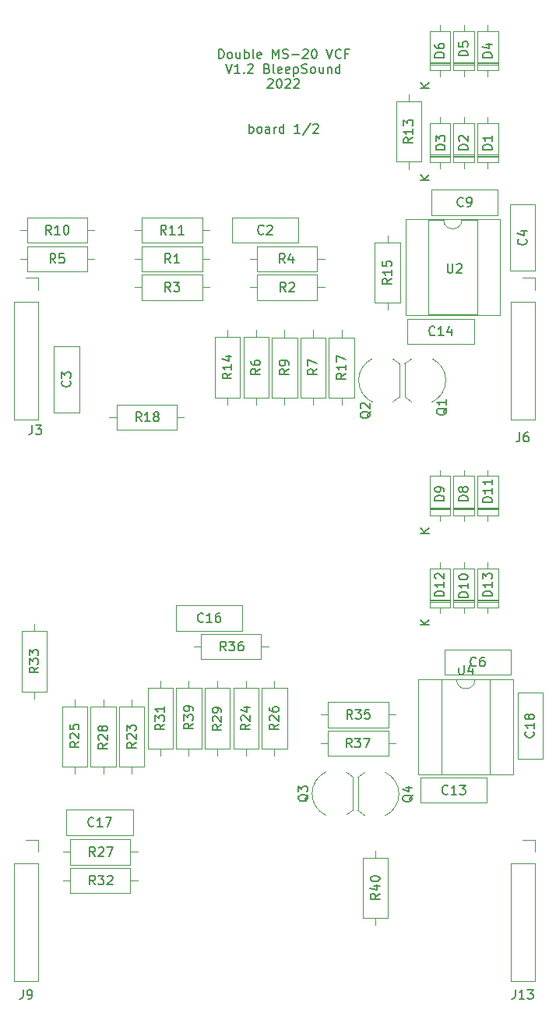
<source format=gto>
G04 #@! TF.GenerationSoftware,KiCad,Pcbnew,6.0.10+dfsg-1~bpo11+1*
G04 #@! TF.CreationDate,2023-02-18T15:26:04+00:00*
G04 #@! TF.ProjectId,MS20-VCF,4d533230-2d56-4434-962e-6b696361645f,rev?*
G04 #@! TF.SameCoordinates,Original*
G04 #@! TF.FileFunction,Legend,Top*
G04 #@! TF.FilePolarity,Positive*
%FSLAX46Y46*%
G04 Gerber Fmt 4.6, Leading zero omitted, Abs format (unit mm)*
G04 Created by KiCad (PCBNEW 6.0.10+dfsg-1~bpo11+1) date 2023-02-18 15:26:04*
%MOMM*%
%LPD*%
G01*
G04 APERTURE LIST*
%ADD10C,0.150000*%
%ADD11C,0.120000*%
%ADD12C,1.600000*%
%ADD13R,1.600000X1.600000*%
%ADD14O,1.600000X1.600000*%
%ADD15R,1.700000X1.700000*%
%ADD16O,1.700000X1.700000*%
%ADD17R,1.500000X1.500000*%
%ADD18C,1.500000*%
%ADD19C,1.440000*%
%ADD20C,1.700000*%
G04 APERTURE END LIST*
D10*
X53952380Y-43842380D02*
X53952380Y-42842380D01*
X54190476Y-42842380D01*
X54333333Y-42890000D01*
X54428571Y-42985238D01*
X54476190Y-43080476D01*
X54523809Y-43270952D01*
X54523809Y-43413809D01*
X54476190Y-43604285D01*
X54428571Y-43699523D01*
X54333333Y-43794761D01*
X54190476Y-43842380D01*
X53952380Y-43842380D01*
X55095238Y-43842380D02*
X55000000Y-43794761D01*
X54952380Y-43747142D01*
X54904761Y-43651904D01*
X54904761Y-43366190D01*
X54952380Y-43270952D01*
X55000000Y-43223333D01*
X55095238Y-43175714D01*
X55238095Y-43175714D01*
X55333333Y-43223333D01*
X55380952Y-43270952D01*
X55428571Y-43366190D01*
X55428571Y-43651904D01*
X55380952Y-43747142D01*
X55333333Y-43794761D01*
X55238095Y-43842380D01*
X55095238Y-43842380D01*
X56285714Y-43175714D02*
X56285714Y-43842380D01*
X55857142Y-43175714D02*
X55857142Y-43699523D01*
X55904761Y-43794761D01*
X56000000Y-43842380D01*
X56142857Y-43842380D01*
X56238095Y-43794761D01*
X56285714Y-43747142D01*
X56761904Y-43842380D02*
X56761904Y-42842380D01*
X56761904Y-43223333D02*
X56857142Y-43175714D01*
X57047619Y-43175714D01*
X57142857Y-43223333D01*
X57190476Y-43270952D01*
X57238095Y-43366190D01*
X57238095Y-43651904D01*
X57190476Y-43747142D01*
X57142857Y-43794761D01*
X57047619Y-43842380D01*
X56857142Y-43842380D01*
X56761904Y-43794761D01*
X57809523Y-43842380D02*
X57714285Y-43794761D01*
X57666666Y-43699523D01*
X57666666Y-42842380D01*
X58571428Y-43794761D02*
X58476190Y-43842380D01*
X58285714Y-43842380D01*
X58190476Y-43794761D01*
X58142857Y-43699523D01*
X58142857Y-43318571D01*
X58190476Y-43223333D01*
X58285714Y-43175714D01*
X58476190Y-43175714D01*
X58571428Y-43223333D01*
X58619047Y-43318571D01*
X58619047Y-43413809D01*
X58142857Y-43509047D01*
X59809523Y-43842380D02*
X59809523Y-42842380D01*
X60142857Y-43556666D01*
X60476190Y-42842380D01*
X60476190Y-43842380D01*
X60904761Y-43794761D02*
X61047619Y-43842380D01*
X61285714Y-43842380D01*
X61380952Y-43794761D01*
X61428571Y-43747142D01*
X61476190Y-43651904D01*
X61476190Y-43556666D01*
X61428571Y-43461428D01*
X61380952Y-43413809D01*
X61285714Y-43366190D01*
X61095238Y-43318571D01*
X61000000Y-43270952D01*
X60952380Y-43223333D01*
X60904761Y-43128095D01*
X60904761Y-43032857D01*
X60952380Y-42937619D01*
X61000000Y-42890000D01*
X61095238Y-42842380D01*
X61333333Y-42842380D01*
X61476190Y-42890000D01*
X61904761Y-43461428D02*
X62666666Y-43461428D01*
X63095238Y-42937619D02*
X63142857Y-42890000D01*
X63238095Y-42842380D01*
X63476190Y-42842380D01*
X63571428Y-42890000D01*
X63619047Y-42937619D01*
X63666666Y-43032857D01*
X63666666Y-43128095D01*
X63619047Y-43270952D01*
X63047619Y-43842380D01*
X63666666Y-43842380D01*
X64285714Y-42842380D02*
X64380952Y-42842380D01*
X64476190Y-42890000D01*
X64523809Y-42937619D01*
X64571428Y-43032857D01*
X64619047Y-43223333D01*
X64619047Y-43461428D01*
X64571428Y-43651904D01*
X64523809Y-43747142D01*
X64476190Y-43794761D01*
X64380952Y-43842380D01*
X64285714Y-43842380D01*
X64190476Y-43794761D01*
X64142857Y-43747142D01*
X64095238Y-43651904D01*
X64047619Y-43461428D01*
X64047619Y-43223333D01*
X64095238Y-43032857D01*
X64142857Y-42937619D01*
X64190476Y-42890000D01*
X64285714Y-42842380D01*
X65666666Y-42842380D02*
X66000000Y-43842380D01*
X66333333Y-42842380D01*
X67238095Y-43747142D02*
X67190476Y-43794761D01*
X67047619Y-43842380D01*
X66952380Y-43842380D01*
X66809523Y-43794761D01*
X66714285Y-43699523D01*
X66666666Y-43604285D01*
X66619047Y-43413809D01*
X66619047Y-43270952D01*
X66666666Y-43080476D01*
X66714285Y-42985238D01*
X66809523Y-42890000D01*
X66952380Y-42842380D01*
X67047619Y-42842380D01*
X67190476Y-42890000D01*
X67238095Y-42937619D01*
X68000000Y-43318571D02*
X67666666Y-43318571D01*
X67666666Y-43842380D02*
X67666666Y-42842380D01*
X68142857Y-42842380D01*
X54738095Y-44452380D02*
X55071428Y-45452380D01*
X55404761Y-44452380D01*
X56261904Y-45452380D02*
X55690476Y-45452380D01*
X55976190Y-45452380D02*
X55976190Y-44452380D01*
X55880952Y-44595238D01*
X55785714Y-44690476D01*
X55690476Y-44738095D01*
X56690476Y-45357142D02*
X56738095Y-45404761D01*
X56690476Y-45452380D01*
X56642857Y-45404761D01*
X56690476Y-45357142D01*
X56690476Y-45452380D01*
X57119047Y-44547619D02*
X57166666Y-44500000D01*
X57261904Y-44452380D01*
X57500000Y-44452380D01*
X57595238Y-44500000D01*
X57642857Y-44547619D01*
X57690476Y-44642857D01*
X57690476Y-44738095D01*
X57642857Y-44880952D01*
X57071428Y-45452380D01*
X57690476Y-45452380D01*
X59214285Y-44928571D02*
X59357142Y-44976190D01*
X59404761Y-45023809D01*
X59452380Y-45119047D01*
X59452380Y-45261904D01*
X59404761Y-45357142D01*
X59357142Y-45404761D01*
X59261904Y-45452380D01*
X58880952Y-45452380D01*
X58880952Y-44452380D01*
X59214285Y-44452380D01*
X59309523Y-44500000D01*
X59357142Y-44547619D01*
X59404761Y-44642857D01*
X59404761Y-44738095D01*
X59357142Y-44833333D01*
X59309523Y-44880952D01*
X59214285Y-44928571D01*
X58880952Y-44928571D01*
X60023809Y-45452380D02*
X59928571Y-45404761D01*
X59880952Y-45309523D01*
X59880952Y-44452380D01*
X60785714Y-45404761D02*
X60690476Y-45452380D01*
X60500000Y-45452380D01*
X60404761Y-45404761D01*
X60357142Y-45309523D01*
X60357142Y-44928571D01*
X60404761Y-44833333D01*
X60500000Y-44785714D01*
X60690476Y-44785714D01*
X60785714Y-44833333D01*
X60833333Y-44928571D01*
X60833333Y-45023809D01*
X60357142Y-45119047D01*
X61642857Y-45404761D02*
X61547619Y-45452380D01*
X61357142Y-45452380D01*
X61261904Y-45404761D01*
X61214285Y-45309523D01*
X61214285Y-44928571D01*
X61261904Y-44833333D01*
X61357142Y-44785714D01*
X61547619Y-44785714D01*
X61642857Y-44833333D01*
X61690476Y-44928571D01*
X61690476Y-45023809D01*
X61214285Y-45119047D01*
X62119047Y-44785714D02*
X62119047Y-45785714D01*
X62119047Y-44833333D02*
X62214285Y-44785714D01*
X62404761Y-44785714D01*
X62500000Y-44833333D01*
X62547619Y-44880952D01*
X62595238Y-44976190D01*
X62595238Y-45261904D01*
X62547619Y-45357142D01*
X62500000Y-45404761D01*
X62404761Y-45452380D01*
X62214285Y-45452380D01*
X62119047Y-45404761D01*
X62976190Y-45404761D02*
X63119047Y-45452380D01*
X63357142Y-45452380D01*
X63452380Y-45404761D01*
X63500000Y-45357142D01*
X63547619Y-45261904D01*
X63547619Y-45166666D01*
X63500000Y-45071428D01*
X63452380Y-45023809D01*
X63357142Y-44976190D01*
X63166666Y-44928571D01*
X63071428Y-44880952D01*
X63023809Y-44833333D01*
X62976190Y-44738095D01*
X62976190Y-44642857D01*
X63023809Y-44547619D01*
X63071428Y-44500000D01*
X63166666Y-44452380D01*
X63404761Y-44452380D01*
X63547619Y-44500000D01*
X64119047Y-45452380D02*
X64023809Y-45404761D01*
X63976190Y-45357142D01*
X63928571Y-45261904D01*
X63928571Y-44976190D01*
X63976190Y-44880952D01*
X64023809Y-44833333D01*
X64119047Y-44785714D01*
X64261904Y-44785714D01*
X64357142Y-44833333D01*
X64404761Y-44880952D01*
X64452380Y-44976190D01*
X64452380Y-45261904D01*
X64404761Y-45357142D01*
X64357142Y-45404761D01*
X64261904Y-45452380D01*
X64119047Y-45452380D01*
X65309523Y-44785714D02*
X65309523Y-45452380D01*
X64880952Y-44785714D02*
X64880952Y-45309523D01*
X64928571Y-45404761D01*
X65023809Y-45452380D01*
X65166666Y-45452380D01*
X65261904Y-45404761D01*
X65309523Y-45357142D01*
X65785714Y-44785714D02*
X65785714Y-45452380D01*
X65785714Y-44880952D02*
X65833333Y-44833333D01*
X65928571Y-44785714D01*
X66071428Y-44785714D01*
X66166666Y-44833333D01*
X66214285Y-44928571D01*
X66214285Y-45452380D01*
X67119047Y-45452380D02*
X67119047Y-44452380D01*
X67119047Y-45404761D02*
X67023809Y-45452380D01*
X66833333Y-45452380D01*
X66738095Y-45404761D01*
X66690476Y-45357142D01*
X66642857Y-45261904D01*
X66642857Y-44976190D01*
X66690476Y-44880952D01*
X66738095Y-44833333D01*
X66833333Y-44785714D01*
X67023809Y-44785714D01*
X67119047Y-44833333D01*
X59285714Y-46157619D02*
X59333333Y-46110000D01*
X59428571Y-46062380D01*
X59666666Y-46062380D01*
X59761904Y-46110000D01*
X59809523Y-46157619D01*
X59857142Y-46252857D01*
X59857142Y-46348095D01*
X59809523Y-46490952D01*
X59238095Y-47062380D01*
X59857142Y-47062380D01*
X60476190Y-46062380D02*
X60571428Y-46062380D01*
X60666666Y-46110000D01*
X60714285Y-46157619D01*
X60761904Y-46252857D01*
X60809523Y-46443333D01*
X60809523Y-46681428D01*
X60761904Y-46871904D01*
X60714285Y-46967142D01*
X60666666Y-47014761D01*
X60571428Y-47062380D01*
X60476190Y-47062380D01*
X60380952Y-47014761D01*
X60333333Y-46967142D01*
X60285714Y-46871904D01*
X60238095Y-46681428D01*
X60238095Y-46443333D01*
X60285714Y-46252857D01*
X60333333Y-46157619D01*
X60380952Y-46110000D01*
X60476190Y-46062380D01*
X61190476Y-46157619D02*
X61238095Y-46110000D01*
X61333333Y-46062380D01*
X61571428Y-46062380D01*
X61666666Y-46110000D01*
X61714285Y-46157619D01*
X61761904Y-46252857D01*
X61761904Y-46348095D01*
X61714285Y-46490952D01*
X61142857Y-47062380D01*
X61761904Y-47062380D01*
X62142857Y-46157619D02*
X62190476Y-46110000D01*
X62285714Y-46062380D01*
X62523809Y-46062380D01*
X62619047Y-46110000D01*
X62666666Y-46157619D01*
X62714285Y-46252857D01*
X62714285Y-46348095D01*
X62666666Y-46490952D01*
X62095238Y-47062380D01*
X62714285Y-47062380D01*
X57261904Y-51952380D02*
X57261904Y-50952380D01*
X57261904Y-51333333D02*
X57357142Y-51285714D01*
X57547619Y-51285714D01*
X57642857Y-51333333D01*
X57690476Y-51380952D01*
X57738095Y-51476190D01*
X57738095Y-51761904D01*
X57690476Y-51857142D01*
X57642857Y-51904761D01*
X57547619Y-51952380D01*
X57357142Y-51952380D01*
X57261904Y-51904761D01*
X58309523Y-51952380D02*
X58214285Y-51904761D01*
X58166666Y-51857142D01*
X58119047Y-51761904D01*
X58119047Y-51476190D01*
X58166666Y-51380952D01*
X58214285Y-51333333D01*
X58309523Y-51285714D01*
X58452380Y-51285714D01*
X58547619Y-51333333D01*
X58595238Y-51380952D01*
X58642857Y-51476190D01*
X58642857Y-51761904D01*
X58595238Y-51857142D01*
X58547619Y-51904761D01*
X58452380Y-51952380D01*
X58309523Y-51952380D01*
X59500000Y-51952380D02*
X59500000Y-51428571D01*
X59452380Y-51333333D01*
X59357142Y-51285714D01*
X59166666Y-51285714D01*
X59071428Y-51333333D01*
X59500000Y-51904761D02*
X59404761Y-51952380D01*
X59166666Y-51952380D01*
X59071428Y-51904761D01*
X59023809Y-51809523D01*
X59023809Y-51714285D01*
X59071428Y-51619047D01*
X59166666Y-51571428D01*
X59404761Y-51571428D01*
X59500000Y-51523809D01*
X59976190Y-51952380D02*
X59976190Y-51285714D01*
X59976190Y-51476190D02*
X60023809Y-51380952D01*
X60071428Y-51333333D01*
X60166666Y-51285714D01*
X60261904Y-51285714D01*
X61023809Y-51952380D02*
X61023809Y-50952380D01*
X61023809Y-51904761D02*
X60928571Y-51952380D01*
X60738095Y-51952380D01*
X60642857Y-51904761D01*
X60595238Y-51857142D01*
X60547619Y-51761904D01*
X60547619Y-51476190D01*
X60595238Y-51380952D01*
X60642857Y-51333333D01*
X60738095Y-51285714D01*
X60928571Y-51285714D01*
X61023809Y-51333333D01*
X62785714Y-51952380D02*
X62214285Y-51952380D01*
X62500000Y-51952380D02*
X62500000Y-50952380D01*
X62404761Y-51095238D01*
X62309523Y-51190476D01*
X62214285Y-51238095D01*
X63928571Y-50904761D02*
X63071428Y-52190476D01*
X64214285Y-51047619D02*
X64261904Y-51000000D01*
X64357142Y-50952380D01*
X64595238Y-50952380D01*
X64690476Y-51000000D01*
X64738095Y-51047619D01*
X64785714Y-51142857D01*
X64785714Y-51238095D01*
X64738095Y-51380952D01*
X64166666Y-51952380D01*
X64785714Y-51952380D01*
X87357142Y-63466666D02*
X87404761Y-63514285D01*
X87452380Y-63657142D01*
X87452380Y-63752380D01*
X87404761Y-63895238D01*
X87309523Y-63990476D01*
X87214285Y-64038095D01*
X87023809Y-64085714D01*
X86880952Y-64085714D01*
X86690476Y-64038095D01*
X86595238Y-63990476D01*
X86500000Y-63895238D01*
X86452380Y-63752380D01*
X86452380Y-63657142D01*
X86500000Y-63514285D01*
X86547619Y-63466666D01*
X86785714Y-62609523D02*
X87452380Y-62609523D01*
X86404761Y-62847619D02*
X87119047Y-63085714D01*
X87119047Y-62466666D01*
X88157142Y-116942857D02*
X88204761Y-116990476D01*
X88252380Y-117133333D01*
X88252380Y-117228571D01*
X88204761Y-117371428D01*
X88109523Y-117466666D01*
X88014285Y-117514285D01*
X87823809Y-117561904D01*
X87680952Y-117561904D01*
X87490476Y-117514285D01*
X87395238Y-117466666D01*
X87300000Y-117371428D01*
X87252380Y-117228571D01*
X87252380Y-117133333D01*
X87300000Y-116990476D01*
X87347619Y-116942857D01*
X88252380Y-115990476D02*
X88252380Y-116561904D01*
X88252380Y-116276190D02*
X87252380Y-116276190D01*
X87395238Y-116371428D01*
X87490476Y-116466666D01*
X87538095Y-116561904D01*
X87680952Y-115419047D02*
X87633333Y-115514285D01*
X87585714Y-115561904D01*
X87490476Y-115609523D01*
X87442857Y-115609523D01*
X87347619Y-115561904D01*
X87300000Y-115514285D01*
X87252380Y-115419047D01*
X87252380Y-115228571D01*
X87300000Y-115133333D01*
X87347619Y-115085714D01*
X87442857Y-115038095D01*
X87490476Y-115038095D01*
X87585714Y-115085714D01*
X87633333Y-115133333D01*
X87680952Y-115228571D01*
X87680952Y-115419047D01*
X87728571Y-115514285D01*
X87776190Y-115561904D01*
X87871428Y-115609523D01*
X88061904Y-115609523D01*
X88157142Y-115561904D01*
X88204761Y-115514285D01*
X88252380Y-115419047D01*
X88252380Y-115228571D01*
X88204761Y-115133333D01*
X88157142Y-115085714D01*
X88061904Y-115038095D01*
X87871428Y-115038095D01*
X87776190Y-115085714D01*
X87728571Y-115133333D01*
X87680952Y-115228571D01*
X40357142Y-127157142D02*
X40309523Y-127204761D01*
X40166666Y-127252380D01*
X40071428Y-127252380D01*
X39928571Y-127204761D01*
X39833333Y-127109523D01*
X39785714Y-127014285D01*
X39738095Y-126823809D01*
X39738095Y-126680952D01*
X39785714Y-126490476D01*
X39833333Y-126395238D01*
X39928571Y-126300000D01*
X40071428Y-126252380D01*
X40166666Y-126252380D01*
X40309523Y-126300000D01*
X40357142Y-126347619D01*
X41309523Y-127252380D02*
X40738095Y-127252380D01*
X41023809Y-127252380D02*
X41023809Y-126252380D01*
X40928571Y-126395238D01*
X40833333Y-126490476D01*
X40738095Y-126538095D01*
X41642857Y-126252380D02*
X42309523Y-126252380D01*
X41880952Y-127252380D01*
X83652380Y-53748095D02*
X82652380Y-53748095D01*
X82652380Y-53510000D01*
X82700000Y-53367142D01*
X82795238Y-53271904D01*
X82890476Y-53224285D01*
X83080952Y-53176666D01*
X83223809Y-53176666D01*
X83414285Y-53224285D01*
X83509523Y-53271904D01*
X83604761Y-53367142D01*
X83652380Y-53510000D01*
X83652380Y-53748095D01*
X83652380Y-52224285D02*
X83652380Y-52795714D01*
X83652380Y-52510000D02*
X82652380Y-52510000D01*
X82795238Y-52605238D01*
X82890476Y-52700476D01*
X82938095Y-52795714D01*
X83652380Y-43738095D02*
X82652380Y-43738095D01*
X82652380Y-43500000D01*
X82700000Y-43357142D01*
X82795238Y-43261904D01*
X82890476Y-43214285D01*
X83080952Y-43166666D01*
X83223809Y-43166666D01*
X83414285Y-43214285D01*
X83509523Y-43261904D01*
X83604761Y-43357142D01*
X83652380Y-43500000D01*
X83652380Y-43738095D01*
X82985714Y-42309523D02*
X83652380Y-42309523D01*
X82604761Y-42547619D02*
X83319047Y-42785714D01*
X83319047Y-42166666D01*
X81052380Y-53748095D02*
X80052380Y-53748095D01*
X80052380Y-53510000D01*
X80100000Y-53367142D01*
X80195238Y-53271904D01*
X80290476Y-53224285D01*
X80480952Y-53176666D01*
X80623809Y-53176666D01*
X80814285Y-53224285D01*
X80909523Y-53271904D01*
X81004761Y-53367142D01*
X81052380Y-53510000D01*
X81052380Y-53748095D01*
X80147619Y-52795714D02*
X80100000Y-52748095D01*
X80052380Y-52652857D01*
X80052380Y-52414761D01*
X80100000Y-52319523D01*
X80147619Y-52271904D01*
X80242857Y-52224285D01*
X80338095Y-52224285D01*
X80480952Y-52271904D01*
X81052380Y-52843333D01*
X81052380Y-52224285D01*
X81052380Y-43548095D02*
X80052380Y-43548095D01*
X80052380Y-43310000D01*
X80100000Y-43167142D01*
X80195238Y-43071904D01*
X80290476Y-43024285D01*
X80480952Y-42976666D01*
X80623809Y-42976666D01*
X80814285Y-43024285D01*
X80909523Y-43071904D01*
X81004761Y-43167142D01*
X81052380Y-43310000D01*
X81052380Y-43548095D01*
X80052380Y-42071904D02*
X80052380Y-42548095D01*
X80528571Y-42595714D01*
X80480952Y-42548095D01*
X80433333Y-42452857D01*
X80433333Y-42214761D01*
X80480952Y-42119523D01*
X80528571Y-42071904D01*
X80623809Y-42024285D01*
X80861904Y-42024285D01*
X80957142Y-42071904D01*
X81004761Y-42119523D01*
X81052380Y-42214761D01*
X81052380Y-42452857D01*
X81004761Y-42548095D01*
X80957142Y-42595714D01*
X78552380Y-53748095D02*
X77552380Y-53748095D01*
X77552380Y-53510000D01*
X77600000Y-53367142D01*
X77695238Y-53271904D01*
X77790476Y-53224285D01*
X77980952Y-53176666D01*
X78123809Y-53176666D01*
X78314285Y-53224285D01*
X78409523Y-53271904D01*
X78504761Y-53367142D01*
X78552380Y-53510000D01*
X78552380Y-53748095D01*
X77552380Y-52843333D02*
X77552380Y-52224285D01*
X77933333Y-52557619D01*
X77933333Y-52414761D01*
X77980952Y-52319523D01*
X78028571Y-52271904D01*
X78123809Y-52224285D01*
X78361904Y-52224285D01*
X78457142Y-52271904D01*
X78504761Y-52319523D01*
X78552380Y-52414761D01*
X78552380Y-52700476D01*
X78504761Y-52795714D01*
X78457142Y-52843333D01*
X76852380Y-57081904D02*
X75852380Y-57081904D01*
X76852380Y-56510476D02*
X76280952Y-56939047D01*
X75852380Y-56510476D02*
X76423809Y-57081904D01*
X78452380Y-43738095D02*
X77452380Y-43738095D01*
X77452380Y-43500000D01*
X77500000Y-43357142D01*
X77595238Y-43261904D01*
X77690476Y-43214285D01*
X77880952Y-43166666D01*
X78023809Y-43166666D01*
X78214285Y-43214285D01*
X78309523Y-43261904D01*
X78404761Y-43357142D01*
X78452380Y-43500000D01*
X78452380Y-43738095D01*
X77452380Y-42309523D02*
X77452380Y-42500000D01*
X77500000Y-42595238D01*
X77547619Y-42642857D01*
X77690476Y-42738095D01*
X77880952Y-42785714D01*
X78261904Y-42785714D01*
X78357142Y-42738095D01*
X78404761Y-42690476D01*
X78452380Y-42595238D01*
X78452380Y-42404761D01*
X78404761Y-42309523D01*
X78357142Y-42261904D01*
X78261904Y-42214285D01*
X78023809Y-42214285D01*
X77928571Y-42261904D01*
X77880952Y-42309523D01*
X77833333Y-42404761D01*
X77833333Y-42595238D01*
X77880952Y-42690476D01*
X77928571Y-42738095D01*
X78023809Y-42785714D01*
X76852380Y-47071904D02*
X75852380Y-47071904D01*
X76852380Y-46500476D02*
X76280952Y-46929047D01*
X75852380Y-46500476D02*
X76423809Y-47071904D01*
X86666666Y-84452380D02*
X86666666Y-85166666D01*
X86619047Y-85309523D01*
X86523809Y-85404761D01*
X86380952Y-85452380D01*
X86285714Y-85452380D01*
X87571428Y-84452380D02*
X87380952Y-84452380D01*
X87285714Y-84500000D01*
X87238095Y-84547619D01*
X87142857Y-84690476D01*
X87095238Y-84880952D01*
X87095238Y-85261904D01*
X87142857Y-85357142D01*
X87190476Y-85404761D01*
X87285714Y-85452380D01*
X87476190Y-85452380D01*
X87571428Y-85404761D01*
X87619047Y-85357142D01*
X87666666Y-85261904D01*
X87666666Y-85023809D01*
X87619047Y-84928571D01*
X87571428Y-84880952D01*
X87476190Y-84833333D01*
X87285714Y-84833333D01*
X87190476Y-84880952D01*
X87142857Y-84928571D01*
X87095238Y-85023809D01*
X32666666Y-144952380D02*
X32666666Y-145666666D01*
X32619047Y-145809523D01*
X32523809Y-145904761D01*
X32380952Y-145952380D01*
X32285714Y-145952380D01*
X33190476Y-145952380D02*
X33380952Y-145952380D01*
X33476190Y-145904761D01*
X33523809Y-145857142D01*
X33619047Y-145714285D01*
X33666666Y-145523809D01*
X33666666Y-145142857D01*
X33619047Y-145047619D01*
X33571428Y-145000000D01*
X33476190Y-144952380D01*
X33285714Y-144952380D01*
X33190476Y-145000000D01*
X33142857Y-145047619D01*
X33095238Y-145142857D01*
X33095238Y-145380952D01*
X33142857Y-145476190D01*
X33190476Y-145523809D01*
X33285714Y-145571428D01*
X33476190Y-145571428D01*
X33571428Y-145523809D01*
X33619047Y-145476190D01*
X33666666Y-145380952D01*
X78747619Y-81795238D02*
X78700000Y-81890476D01*
X78604761Y-81985714D01*
X78461904Y-82128571D01*
X78414285Y-82223809D01*
X78414285Y-82319047D01*
X78652380Y-82271428D02*
X78604761Y-82366666D01*
X78509523Y-82461904D01*
X78319047Y-82509523D01*
X77985714Y-82509523D01*
X77795238Y-82461904D01*
X77700000Y-82366666D01*
X77652380Y-82271428D01*
X77652380Y-82080952D01*
X77700000Y-81985714D01*
X77795238Y-81890476D01*
X77985714Y-81842857D01*
X78319047Y-81842857D01*
X78509523Y-81890476D01*
X78604761Y-81985714D01*
X78652380Y-82080952D01*
X78652380Y-82271428D01*
X78652380Y-80890476D02*
X78652380Y-81461904D01*
X78652380Y-81176190D02*
X77652380Y-81176190D01*
X77795238Y-81271428D01*
X77890476Y-81366666D01*
X77938095Y-81461904D01*
X70447619Y-82165238D02*
X70400000Y-82260476D01*
X70304761Y-82355714D01*
X70161904Y-82498571D01*
X70114285Y-82593809D01*
X70114285Y-82689047D01*
X70352380Y-82641428D02*
X70304761Y-82736666D01*
X70209523Y-82831904D01*
X70019047Y-82879523D01*
X69685714Y-82879523D01*
X69495238Y-82831904D01*
X69400000Y-82736666D01*
X69352380Y-82641428D01*
X69352380Y-82450952D01*
X69400000Y-82355714D01*
X69495238Y-82260476D01*
X69685714Y-82212857D01*
X70019047Y-82212857D01*
X70209523Y-82260476D01*
X70304761Y-82355714D01*
X70352380Y-82450952D01*
X70352380Y-82641428D01*
X69447619Y-81831904D02*
X69400000Y-81784285D01*
X69352380Y-81689047D01*
X69352380Y-81450952D01*
X69400000Y-81355714D01*
X69447619Y-81308095D01*
X69542857Y-81260476D01*
X69638095Y-81260476D01*
X69780952Y-81308095D01*
X70352380Y-81879523D01*
X70352380Y-81260476D01*
X63687619Y-123755238D02*
X63640000Y-123850476D01*
X63544761Y-123945714D01*
X63401904Y-124088571D01*
X63354285Y-124183809D01*
X63354285Y-124279047D01*
X63592380Y-124231428D02*
X63544761Y-124326666D01*
X63449523Y-124421904D01*
X63259047Y-124469523D01*
X62925714Y-124469523D01*
X62735238Y-124421904D01*
X62640000Y-124326666D01*
X62592380Y-124231428D01*
X62592380Y-124040952D01*
X62640000Y-123945714D01*
X62735238Y-123850476D01*
X62925714Y-123802857D01*
X63259047Y-123802857D01*
X63449523Y-123850476D01*
X63544761Y-123945714D01*
X63592380Y-124040952D01*
X63592380Y-124231428D01*
X62592380Y-123469523D02*
X62592380Y-122850476D01*
X62973333Y-123183809D01*
X62973333Y-123040952D01*
X63020952Y-122945714D01*
X63068571Y-122898095D01*
X63163809Y-122850476D01*
X63401904Y-122850476D01*
X63497142Y-122898095D01*
X63544761Y-122945714D01*
X63592380Y-123040952D01*
X63592380Y-123326666D01*
X63544761Y-123421904D01*
X63497142Y-123469523D01*
X48713333Y-69152380D02*
X48380000Y-68676190D01*
X48141904Y-69152380D02*
X48141904Y-68152380D01*
X48522857Y-68152380D01*
X48618095Y-68200000D01*
X48665714Y-68247619D01*
X48713333Y-68342857D01*
X48713333Y-68485714D01*
X48665714Y-68580952D01*
X48618095Y-68628571D01*
X48522857Y-68676190D01*
X48141904Y-68676190D01*
X49046666Y-68152380D02*
X49665714Y-68152380D01*
X49332380Y-68533333D01*
X49475238Y-68533333D01*
X49570476Y-68580952D01*
X49618095Y-68628571D01*
X49665714Y-68723809D01*
X49665714Y-68961904D01*
X49618095Y-69057142D01*
X49570476Y-69104761D01*
X49475238Y-69152380D01*
X49189523Y-69152380D01*
X49094285Y-69104761D01*
X49046666Y-69057142D01*
X35737142Y-62952380D02*
X35403809Y-62476190D01*
X35165714Y-62952380D02*
X35165714Y-61952380D01*
X35546666Y-61952380D01*
X35641904Y-62000000D01*
X35689523Y-62047619D01*
X35737142Y-62142857D01*
X35737142Y-62285714D01*
X35689523Y-62380952D01*
X35641904Y-62428571D01*
X35546666Y-62476190D01*
X35165714Y-62476190D01*
X36689523Y-62952380D02*
X36118095Y-62952380D01*
X36403809Y-62952380D02*
X36403809Y-61952380D01*
X36308571Y-62095238D01*
X36213333Y-62190476D01*
X36118095Y-62238095D01*
X37308571Y-61952380D02*
X37403809Y-61952380D01*
X37499047Y-62000000D01*
X37546666Y-62047619D01*
X37594285Y-62142857D01*
X37641904Y-62333333D01*
X37641904Y-62571428D01*
X37594285Y-62761904D01*
X37546666Y-62857142D01*
X37499047Y-62904761D01*
X37403809Y-62952380D01*
X37308571Y-62952380D01*
X37213333Y-62904761D01*
X37165714Y-62857142D01*
X37118095Y-62761904D01*
X37070476Y-62571428D01*
X37070476Y-62333333D01*
X37118095Y-62142857D01*
X37165714Y-62047619D01*
X37213333Y-62000000D01*
X37308571Y-61952380D01*
X55352380Y-78022857D02*
X54876190Y-78356190D01*
X55352380Y-78594285D02*
X54352380Y-78594285D01*
X54352380Y-78213333D01*
X54400000Y-78118095D01*
X54447619Y-78070476D01*
X54542857Y-78022857D01*
X54685714Y-78022857D01*
X54780952Y-78070476D01*
X54828571Y-78118095D01*
X54876190Y-78213333D01*
X54876190Y-78594285D01*
X55352380Y-77070476D02*
X55352380Y-77641904D01*
X55352380Y-77356190D02*
X54352380Y-77356190D01*
X54495238Y-77451428D01*
X54590476Y-77546666D01*
X54638095Y-77641904D01*
X54685714Y-76213333D02*
X55352380Y-76213333D01*
X54304761Y-76451428D02*
X55019047Y-76689523D01*
X55019047Y-76070476D01*
X48713333Y-66052380D02*
X48380000Y-65576190D01*
X48141904Y-66052380D02*
X48141904Y-65052380D01*
X48522857Y-65052380D01*
X48618095Y-65100000D01*
X48665714Y-65147619D01*
X48713333Y-65242857D01*
X48713333Y-65385714D01*
X48665714Y-65480952D01*
X48618095Y-65528571D01*
X48522857Y-65576190D01*
X48141904Y-65576190D01*
X49665714Y-66052380D02*
X49094285Y-66052380D01*
X49380000Y-66052380D02*
X49380000Y-65052380D01*
X49284761Y-65195238D01*
X49189523Y-65290476D01*
X49094285Y-65338095D01*
X67752380Y-78042857D02*
X67276190Y-78376190D01*
X67752380Y-78614285D02*
X66752380Y-78614285D01*
X66752380Y-78233333D01*
X66800000Y-78138095D01*
X66847619Y-78090476D01*
X66942857Y-78042857D01*
X67085714Y-78042857D01*
X67180952Y-78090476D01*
X67228571Y-78138095D01*
X67276190Y-78233333D01*
X67276190Y-78614285D01*
X67752380Y-77090476D02*
X67752380Y-77661904D01*
X67752380Y-77376190D02*
X66752380Y-77376190D01*
X66895238Y-77471428D01*
X66990476Y-77566666D01*
X67038095Y-77661904D01*
X66752380Y-76757142D02*
X66752380Y-76090476D01*
X67752380Y-76519047D01*
X45537142Y-83252380D02*
X45203809Y-82776190D01*
X44965714Y-83252380D02*
X44965714Y-82252380D01*
X45346666Y-82252380D01*
X45441904Y-82300000D01*
X45489523Y-82347619D01*
X45537142Y-82442857D01*
X45537142Y-82585714D01*
X45489523Y-82680952D01*
X45441904Y-82728571D01*
X45346666Y-82776190D01*
X44965714Y-82776190D01*
X46489523Y-83252380D02*
X45918095Y-83252380D01*
X46203809Y-83252380D02*
X46203809Y-82252380D01*
X46108571Y-82395238D01*
X46013333Y-82490476D01*
X45918095Y-82538095D01*
X47060952Y-82680952D02*
X46965714Y-82633333D01*
X46918095Y-82585714D01*
X46870476Y-82490476D01*
X46870476Y-82442857D01*
X46918095Y-82347619D01*
X46965714Y-82300000D01*
X47060952Y-82252380D01*
X47251428Y-82252380D01*
X47346666Y-82300000D01*
X47394285Y-82347619D01*
X47441904Y-82442857D01*
X47441904Y-82490476D01*
X47394285Y-82585714D01*
X47346666Y-82633333D01*
X47251428Y-82680952D01*
X47060952Y-82680952D01*
X46965714Y-82728571D01*
X46918095Y-82776190D01*
X46870476Y-82871428D01*
X46870476Y-83061904D01*
X46918095Y-83157142D01*
X46965714Y-83204761D01*
X47060952Y-83252380D01*
X47251428Y-83252380D01*
X47346666Y-83204761D01*
X47394285Y-83157142D01*
X47441904Y-83061904D01*
X47441904Y-82871428D01*
X47394285Y-82776190D01*
X47346666Y-82728571D01*
X47251428Y-82680952D01*
X58452380Y-77546666D02*
X57976190Y-77880000D01*
X58452380Y-78118095D02*
X57452380Y-78118095D01*
X57452380Y-77737142D01*
X57500000Y-77641904D01*
X57547619Y-77594285D01*
X57642857Y-77546666D01*
X57785714Y-77546666D01*
X57880952Y-77594285D01*
X57928571Y-77641904D01*
X57976190Y-77737142D01*
X57976190Y-78118095D01*
X57452380Y-76689523D02*
X57452380Y-76880000D01*
X57500000Y-76975238D01*
X57547619Y-77022857D01*
X57690476Y-77118095D01*
X57880952Y-77165714D01*
X58261904Y-77165714D01*
X58357142Y-77118095D01*
X58404761Y-77070476D01*
X58452380Y-76975238D01*
X58452380Y-76784761D01*
X58404761Y-76689523D01*
X58357142Y-76641904D01*
X58261904Y-76594285D01*
X58023809Y-76594285D01*
X57928571Y-76641904D01*
X57880952Y-76689523D01*
X57833333Y-76784761D01*
X57833333Y-76975238D01*
X57880952Y-77070476D01*
X57928571Y-77118095D01*
X58023809Y-77165714D01*
X61153333Y-66052380D02*
X60820000Y-65576190D01*
X60581904Y-66052380D02*
X60581904Y-65052380D01*
X60962857Y-65052380D01*
X61058095Y-65100000D01*
X61105714Y-65147619D01*
X61153333Y-65242857D01*
X61153333Y-65385714D01*
X61105714Y-65480952D01*
X61058095Y-65528571D01*
X60962857Y-65576190D01*
X60581904Y-65576190D01*
X62010476Y-65385714D02*
X62010476Y-66052380D01*
X61772380Y-65004761D02*
X61534285Y-65719047D01*
X62153333Y-65719047D01*
X48237142Y-62952380D02*
X47903809Y-62476190D01*
X47665714Y-62952380D02*
X47665714Y-61952380D01*
X48046666Y-61952380D01*
X48141904Y-62000000D01*
X48189523Y-62047619D01*
X48237142Y-62142857D01*
X48237142Y-62285714D01*
X48189523Y-62380952D01*
X48141904Y-62428571D01*
X48046666Y-62476190D01*
X47665714Y-62476190D01*
X49189523Y-62952380D02*
X48618095Y-62952380D01*
X48903809Y-62952380D02*
X48903809Y-61952380D01*
X48808571Y-62095238D01*
X48713333Y-62190476D01*
X48618095Y-62238095D01*
X50141904Y-62952380D02*
X49570476Y-62952380D01*
X49856190Y-62952380D02*
X49856190Y-61952380D01*
X49760952Y-62095238D01*
X49665714Y-62190476D01*
X49570476Y-62238095D01*
X61233333Y-69152380D02*
X60900000Y-68676190D01*
X60661904Y-69152380D02*
X60661904Y-68152380D01*
X61042857Y-68152380D01*
X61138095Y-68200000D01*
X61185714Y-68247619D01*
X61233333Y-68342857D01*
X61233333Y-68485714D01*
X61185714Y-68580952D01*
X61138095Y-68628571D01*
X61042857Y-68676190D01*
X60661904Y-68676190D01*
X61614285Y-68247619D02*
X61661904Y-68200000D01*
X61757142Y-68152380D01*
X61995238Y-68152380D01*
X62090476Y-68200000D01*
X62138095Y-68247619D01*
X62185714Y-68342857D01*
X62185714Y-68438095D01*
X62138095Y-68580952D01*
X61566666Y-69152380D01*
X62185714Y-69152380D01*
X75052380Y-52442857D02*
X74576190Y-52776190D01*
X75052380Y-53014285D02*
X74052380Y-53014285D01*
X74052380Y-52633333D01*
X74100000Y-52538095D01*
X74147619Y-52490476D01*
X74242857Y-52442857D01*
X74385714Y-52442857D01*
X74480952Y-52490476D01*
X74528571Y-52538095D01*
X74576190Y-52633333D01*
X74576190Y-53014285D01*
X75052380Y-51490476D02*
X75052380Y-52061904D01*
X75052380Y-51776190D02*
X74052380Y-51776190D01*
X74195238Y-51871428D01*
X74290476Y-51966666D01*
X74338095Y-52061904D01*
X74052380Y-51157142D02*
X74052380Y-50538095D01*
X74433333Y-50871428D01*
X74433333Y-50728571D01*
X74480952Y-50633333D01*
X74528571Y-50585714D01*
X74623809Y-50538095D01*
X74861904Y-50538095D01*
X74957142Y-50585714D01*
X75004761Y-50633333D01*
X75052380Y-50728571D01*
X75052380Y-51014285D01*
X75004761Y-51109523D01*
X74957142Y-51157142D01*
X38752380Y-118042857D02*
X38276190Y-118376190D01*
X38752380Y-118614285D02*
X37752380Y-118614285D01*
X37752380Y-118233333D01*
X37800000Y-118138095D01*
X37847619Y-118090476D01*
X37942857Y-118042857D01*
X38085714Y-118042857D01*
X38180952Y-118090476D01*
X38228571Y-118138095D01*
X38276190Y-118233333D01*
X38276190Y-118614285D01*
X37847619Y-117661904D02*
X37800000Y-117614285D01*
X37752380Y-117519047D01*
X37752380Y-117280952D01*
X37800000Y-117185714D01*
X37847619Y-117138095D01*
X37942857Y-117090476D01*
X38038095Y-117090476D01*
X38180952Y-117138095D01*
X38752380Y-117709523D01*
X38752380Y-117090476D01*
X37752380Y-116185714D02*
X37752380Y-116661904D01*
X38228571Y-116709523D01*
X38180952Y-116661904D01*
X38133333Y-116566666D01*
X38133333Y-116328571D01*
X38180952Y-116233333D01*
X38228571Y-116185714D01*
X38323809Y-116138095D01*
X38561904Y-116138095D01*
X38657142Y-116185714D01*
X38704761Y-116233333D01*
X38752380Y-116328571D01*
X38752380Y-116566666D01*
X38704761Y-116661904D01*
X38657142Y-116709523D01*
X54737142Y-108152380D02*
X54403809Y-107676190D01*
X54165714Y-108152380D02*
X54165714Y-107152380D01*
X54546666Y-107152380D01*
X54641904Y-107200000D01*
X54689523Y-107247619D01*
X54737142Y-107342857D01*
X54737142Y-107485714D01*
X54689523Y-107580952D01*
X54641904Y-107628571D01*
X54546666Y-107676190D01*
X54165714Y-107676190D01*
X55070476Y-107152380D02*
X55689523Y-107152380D01*
X55356190Y-107533333D01*
X55499047Y-107533333D01*
X55594285Y-107580952D01*
X55641904Y-107628571D01*
X55689523Y-107723809D01*
X55689523Y-107961904D01*
X55641904Y-108057142D01*
X55594285Y-108104761D01*
X55499047Y-108152380D01*
X55213333Y-108152380D01*
X55118095Y-108104761D01*
X55070476Y-108057142D01*
X56546666Y-107152380D02*
X56356190Y-107152380D01*
X56260952Y-107200000D01*
X56213333Y-107247619D01*
X56118095Y-107390476D01*
X56070476Y-107580952D01*
X56070476Y-107961904D01*
X56118095Y-108057142D01*
X56165714Y-108104761D01*
X56260952Y-108152380D01*
X56451428Y-108152380D01*
X56546666Y-108104761D01*
X56594285Y-108057142D01*
X56641904Y-107961904D01*
X56641904Y-107723809D01*
X56594285Y-107628571D01*
X56546666Y-107580952D01*
X56451428Y-107533333D01*
X56260952Y-107533333D01*
X56165714Y-107580952D01*
X56118095Y-107628571D01*
X56070476Y-107723809D01*
X44952380Y-118122857D02*
X44476190Y-118456190D01*
X44952380Y-118694285D02*
X43952380Y-118694285D01*
X43952380Y-118313333D01*
X44000000Y-118218095D01*
X44047619Y-118170476D01*
X44142857Y-118122857D01*
X44285714Y-118122857D01*
X44380952Y-118170476D01*
X44428571Y-118218095D01*
X44476190Y-118313333D01*
X44476190Y-118694285D01*
X44047619Y-117741904D02*
X44000000Y-117694285D01*
X43952380Y-117599047D01*
X43952380Y-117360952D01*
X44000000Y-117265714D01*
X44047619Y-117218095D01*
X44142857Y-117170476D01*
X44238095Y-117170476D01*
X44380952Y-117218095D01*
X44952380Y-117789523D01*
X44952380Y-117170476D01*
X43952380Y-116837142D02*
X43952380Y-116218095D01*
X44333333Y-116551428D01*
X44333333Y-116408571D01*
X44380952Y-116313333D01*
X44428571Y-116265714D01*
X44523809Y-116218095D01*
X44761904Y-116218095D01*
X44857142Y-116265714D01*
X44904761Y-116313333D01*
X44952380Y-116408571D01*
X44952380Y-116694285D01*
X44904761Y-116789523D01*
X44857142Y-116837142D01*
X51152380Y-116042857D02*
X50676190Y-116376190D01*
X51152380Y-116614285D02*
X50152380Y-116614285D01*
X50152380Y-116233333D01*
X50200000Y-116138095D01*
X50247619Y-116090476D01*
X50342857Y-116042857D01*
X50485714Y-116042857D01*
X50580952Y-116090476D01*
X50628571Y-116138095D01*
X50676190Y-116233333D01*
X50676190Y-116614285D01*
X50152380Y-115709523D02*
X50152380Y-115090476D01*
X50533333Y-115423809D01*
X50533333Y-115280952D01*
X50580952Y-115185714D01*
X50628571Y-115138095D01*
X50723809Y-115090476D01*
X50961904Y-115090476D01*
X51057142Y-115138095D01*
X51104761Y-115185714D01*
X51152380Y-115280952D01*
X51152380Y-115566666D01*
X51104761Y-115661904D01*
X51057142Y-115709523D01*
X51152380Y-114614285D02*
X51152380Y-114423809D01*
X51104761Y-114328571D01*
X51057142Y-114280952D01*
X50914285Y-114185714D01*
X50723809Y-114138095D01*
X50342857Y-114138095D01*
X50247619Y-114185714D01*
X50200000Y-114233333D01*
X50152380Y-114328571D01*
X50152380Y-114519047D01*
X50200000Y-114614285D01*
X50247619Y-114661904D01*
X50342857Y-114709523D01*
X50580952Y-114709523D01*
X50676190Y-114661904D01*
X50723809Y-114614285D01*
X50771428Y-114519047D01*
X50771428Y-114328571D01*
X50723809Y-114233333D01*
X50676190Y-114185714D01*
X50580952Y-114138095D01*
X68397142Y-118652380D02*
X68063809Y-118176190D01*
X67825714Y-118652380D02*
X67825714Y-117652380D01*
X68206666Y-117652380D01*
X68301904Y-117700000D01*
X68349523Y-117747619D01*
X68397142Y-117842857D01*
X68397142Y-117985714D01*
X68349523Y-118080952D01*
X68301904Y-118128571D01*
X68206666Y-118176190D01*
X67825714Y-118176190D01*
X68730476Y-117652380D02*
X69349523Y-117652380D01*
X69016190Y-118033333D01*
X69159047Y-118033333D01*
X69254285Y-118080952D01*
X69301904Y-118128571D01*
X69349523Y-118223809D01*
X69349523Y-118461904D01*
X69301904Y-118557142D01*
X69254285Y-118604761D01*
X69159047Y-118652380D01*
X68873333Y-118652380D01*
X68778095Y-118604761D01*
X68730476Y-118557142D01*
X69682857Y-117652380D02*
X70349523Y-117652380D01*
X69920952Y-118652380D01*
X71452380Y-134522857D02*
X70976190Y-134856190D01*
X71452380Y-135094285D02*
X70452380Y-135094285D01*
X70452380Y-134713333D01*
X70500000Y-134618095D01*
X70547619Y-134570476D01*
X70642857Y-134522857D01*
X70785714Y-134522857D01*
X70880952Y-134570476D01*
X70928571Y-134618095D01*
X70976190Y-134713333D01*
X70976190Y-135094285D01*
X70785714Y-133665714D02*
X71452380Y-133665714D01*
X70404761Y-133903809D02*
X71119047Y-134141904D01*
X71119047Y-133522857D01*
X70452380Y-132951428D02*
X70452380Y-132856190D01*
X70500000Y-132760952D01*
X70547619Y-132713333D01*
X70642857Y-132665714D01*
X70833333Y-132618095D01*
X71071428Y-132618095D01*
X71261904Y-132665714D01*
X71357142Y-132713333D01*
X71404761Y-132760952D01*
X71452380Y-132856190D01*
X71452380Y-132951428D01*
X71404761Y-133046666D01*
X71357142Y-133094285D01*
X71261904Y-133141904D01*
X71071428Y-133189523D01*
X70833333Y-133189523D01*
X70642857Y-133141904D01*
X70547619Y-133094285D01*
X70500000Y-133046666D01*
X70452380Y-132951428D01*
X48052380Y-116122857D02*
X47576190Y-116456190D01*
X48052380Y-116694285D02*
X47052380Y-116694285D01*
X47052380Y-116313333D01*
X47100000Y-116218095D01*
X47147619Y-116170476D01*
X47242857Y-116122857D01*
X47385714Y-116122857D01*
X47480952Y-116170476D01*
X47528571Y-116218095D01*
X47576190Y-116313333D01*
X47576190Y-116694285D01*
X47052380Y-115789523D02*
X47052380Y-115170476D01*
X47433333Y-115503809D01*
X47433333Y-115360952D01*
X47480952Y-115265714D01*
X47528571Y-115218095D01*
X47623809Y-115170476D01*
X47861904Y-115170476D01*
X47957142Y-115218095D01*
X48004761Y-115265714D01*
X48052380Y-115360952D01*
X48052380Y-115646666D01*
X48004761Y-115741904D01*
X47957142Y-115789523D01*
X48052380Y-114218095D02*
X48052380Y-114789523D01*
X48052380Y-114503809D02*
X47052380Y-114503809D01*
X47195238Y-114599047D01*
X47290476Y-114694285D01*
X47338095Y-114789523D01*
X41852380Y-118202857D02*
X41376190Y-118536190D01*
X41852380Y-118774285D02*
X40852380Y-118774285D01*
X40852380Y-118393333D01*
X40900000Y-118298095D01*
X40947619Y-118250476D01*
X41042857Y-118202857D01*
X41185714Y-118202857D01*
X41280952Y-118250476D01*
X41328571Y-118298095D01*
X41376190Y-118393333D01*
X41376190Y-118774285D01*
X40947619Y-117821904D02*
X40900000Y-117774285D01*
X40852380Y-117679047D01*
X40852380Y-117440952D01*
X40900000Y-117345714D01*
X40947619Y-117298095D01*
X41042857Y-117250476D01*
X41138095Y-117250476D01*
X41280952Y-117298095D01*
X41852380Y-117869523D01*
X41852380Y-117250476D01*
X41280952Y-116679047D02*
X41233333Y-116774285D01*
X41185714Y-116821904D01*
X41090476Y-116869523D01*
X41042857Y-116869523D01*
X40947619Y-116821904D01*
X40900000Y-116774285D01*
X40852380Y-116679047D01*
X40852380Y-116488571D01*
X40900000Y-116393333D01*
X40947619Y-116345714D01*
X41042857Y-116298095D01*
X41090476Y-116298095D01*
X41185714Y-116345714D01*
X41233333Y-116393333D01*
X41280952Y-116488571D01*
X41280952Y-116679047D01*
X41328571Y-116774285D01*
X41376190Y-116821904D01*
X41471428Y-116869523D01*
X41661904Y-116869523D01*
X41757142Y-116821904D01*
X41804761Y-116774285D01*
X41852380Y-116679047D01*
X41852380Y-116488571D01*
X41804761Y-116393333D01*
X41757142Y-116345714D01*
X41661904Y-116298095D01*
X41471428Y-116298095D01*
X41376190Y-116345714D01*
X41328571Y-116393333D01*
X41280952Y-116488571D01*
X60452380Y-116122857D02*
X59976190Y-116456190D01*
X60452380Y-116694285D02*
X59452380Y-116694285D01*
X59452380Y-116313333D01*
X59500000Y-116218095D01*
X59547619Y-116170476D01*
X59642857Y-116122857D01*
X59785714Y-116122857D01*
X59880952Y-116170476D01*
X59928571Y-116218095D01*
X59976190Y-116313333D01*
X59976190Y-116694285D01*
X59547619Y-115741904D02*
X59500000Y-115694285D01*
X59452380Y-115599047D01*
X59452380Y-115360952D01*
X59500000Y-115265714D01*
X59547619Y-115218095D01*
X59642857Y-115170476D01*
X59738095Y-115170476D01*
X59880952Y-115218095D01*
X60452380Y-115789523D01*
X60452380Y-115170476D01*
X59452380Y-114313333D02*
X59452380Y-114503809D01*
X59500000Y-114599047D01*
X59547619Y-114646666D01*
X59690476Y-114741904D01*
X59880952Y-114789523D01*
X60261904Y-114789523D01*
X60357142Y-114741904D01*
X60404761Y-114694285D01*
X60452380Y-114599047D01*
X60452380Y-114408571D01*
X60404761Y-114313333D01*
X60357142Y-114265714D01*
X60261904Y-114218095D01*
X60023809Y-114218095D01*
X59928571Y-114265714D01*
X59880952Y-114313333D01*
X59833333Y-114408571D01*
X59833333Y-114599047D01*
X59880952Y-114694285D01*
X59928571Y-114741904D01*
X60023809Y-114789523D01*
X34352380Y-109942857D02*
X33876190Y-110276190D01*
X34352380Y-110514285D02*
X33352380Y-110514285D01*
X33352380Y-110133333D01*
X33400000Y-110038095D01*
X33447619Y-109990476D01*
X33542857Y-109942857D01*
X33685714Y-109942857D01*
X33780952Y-109990476D01*
X33828571Y-110038095D01*
X33876190Y-110133333D01*
X33876190Y-110514285D01*
X33352380Y-109609523D02*
X33352380Y-108990476D01*
X33733333Y-109323809D01*
X33733333Y-109180952D01*
X33780952Y-109085714D01*
X33828571Y-109038095D01*
X33923809Y-108990476D01*
X34161904Y-108990476D01*
X34257142Y-109038095D01*
X34304761Y-109085714D01*
X34352380Y-109180952D01*
X34352380Y-109466666D01*
X34304761Y-109561904D01*
X34257142Y-109609523D01*
X33352380Y-108657142D02*
X33352380Y-108038095D01*
X33733333Y-108371428D01*
X33733333Y-108228571D01*
X33780952Y-108133333D01*
X33828571Y-108085714D01*
X33923809Y-108038095D01*
X34161904Y-108038095D01*
X34257142Y-108085714D01*
X34304761Y-108133333D01*
X34352380Y-108228571D01*
X34352380Y-108514285D01*
X34304761Y-108609523D01*
X34257142Y-108657142D01*
X57352380Y-116122857D02*
X56876190Y-116456190D01*
X57352380Y-116694285D02*
X56352380Y-116694285D01*
X56352380Y-116313333D01*
X56400000Y-116218095D01*
X56447619Y-116170476D01*
X56542857Y-116122857D01*
X56685714Y-116122857D01*
X56780952Y-116170476D01*
X56828571Y-116218095D01*
X56876190Y-116313333D01*
X56876190Y-116694285D01*
X56447619Y-115741904D02*
X56400000Y-115694285D01*
X56352380Y-115599047D01*
X56352380Y-115360952D01*
X56400000Y-115265714D01*
X56447619Y-115218095D01*
X56542857Y-115170476D01*
X56638095Y-115170476D01*
X56780952Y-115218095D01*
X57352380Y-115789523D01*
X57352380Y-115170476D01*
X56685714Y-114313333D02*
X57352380Y-114313333D01*
X56304761Y-114551428D02*
X57019047Y-114789523D01*
X57019047Y-114170476D01*
X54252380Y-116202857D02*
X53776190Y-116536190D01*
X54252380Y-116774285D02*
X53252380Y-116774285D01*
X53252380Y-116393333D01*
X53300000Y-116298095D01*
X53347619Y-116250476D01*
X53442857Y-116202857D01*
X53585714Y-116202857D01*
X53680952Y-116250476D01*
X53728571Y-116298095D01*
X53776190Y-116393333D01*
X53776190Y-116774285D01*
X53347619Y-115821904D02*
X53300000Y-115774285D01*
X53252380Y-115679047D01*
X53252380Y-115440952D01*
X53300000Y-115345714D01*
X53347619Y-115298095D01*
X53442857Y-115250476D01*
X53538095Y-115250476D01*
X53680952Y-115298095D01*
X54252380Y-115869523D01*
X54252380Y-115250476D01*
X54252380Y-114774285D02*
X54252380Y-114583809D01*
X54204761Y-114488571D01*
X54157142Y-114440952D01*
X54014285Y-114345714D01*
X53823809Y-114298095D01*
X53442857Y-114298095D01*
X53347619Y-114345714D01*
X53300000Y-114393333D01*
X53252380Y-114488571D01*
X53252380Y-114679047D01*
X53300000Y-114774285D01*
X53347619Y-114821904D01*
X53442857Y-114869523D01*
X53680952Y-114869523D01*
X53776190Y-114821904D01*
X53823809Y-114774285D01*
X53871428Y-114679047D01*
X53871428Y-114488571D01*
X53823809Y-114393333D01*
X53776190Y-114345714D01*
X53680952Y-114298095D01*
X68477142Y-115552380D02*
X68143809Y-115076190D01*
X67905714Y-115552380D02*
X67905714Y-114552380D01*
X68286666Y-114552380D01*
X68381904Y-114600000D01*
X68429523Y-114647619D01*
X68477142Y-114742857D01*
X68477142Y-114885714D01*
X68429523Y-114980952D01*
X68381904Y-115028571D01*
X68286666Y-115076190D01*
X67905714Y-115076190D01*
X68810476Y-114552380D02*
X69429523Y-114552380D01*
X69096190Y-114933333D01*
X69239047Y-114933333D01*
X69334285Y-114980952D01*
X69381904Y-115028571D01*
X69429523Y-115123809D01*
X69429523Y-115361904D01*
X69381904Y-115457142D01*
X69334285Y-115504761D01*
X69239047Y-115552380D01*
X68953333Y-115552380D01*
X68858095Y-115504761D01*
X68810476Y-115457142D01*
X70334285Y-114552380D02*
X69858095Y-114552380D01*
X69810476Y-115028571D01*
X69858095Y-114980952D01*
X69953333Y-114933333D01*
X70191428Y-114933333D01*
X70286666Y-114980952D01*
X70334285Y-115028571D01*
X70381904Y-115123809D01*
X70381904Y-115361904D01*
X70334285Y-115457142D01*
X70286666Y-115504761D01*
X70191428Y-115552380D01*
X69953333Y-115552380D01*
X69858095Y-115504761D01*
X69810476Y-115457142D01*
X80048095Y-109722380D02*
X80048095Y-110531904D01*
X80095714Y-110627142D01*
X80143333Y-110674761D01*
X80238571Y-110722380D01*
X80429047Y-110722380D01*
X80524285Y-110674761D01*
X80571904Y-110627142D01*
X80619523Y-110531904D01*
X80619523Y-109722380D01*
X81524285Y-110055714D02*
X81524285Y-110722380D01*
X81286190Y-109674761D02*
X81048095Y-110389047D01*
X81667142Y-110389047D01*
X86190476Y-144952380D02*
X86190476Y-145666666D01*
X86142857Y-145809523D01*
X86047619Y-145904761D01*
X85904761Y-145952380D01*
X85809523Y-145952380D01*
X87190476Y-145952380D02*
X86619047Y-145952380D01*
X86904761Y-145952380D02*
X86904761Y-144952380D01*
X86809523Y-145095238D01*
X86714285Y-145190476D01*
X86619047Y-145238095D01*
X87523809Y-144952380D02*
X88142857Y-144952380D01*
X87809523Y-145333333D01*
X87952380Y-145333333D01*
X88047619Y-145380952D01*
X88095238Y-145428571D01*
X88142857Y-145523809D01*
X88142857Y-145761904D01*
X88095238Y-145857142D01*
X88047619Y-145904761D01*
X87952380Y-145952380D01*
X87666666Y-145952380D01*
X87571428Y-145904761D01*
X87523809Y-145857142D01*
X72752380Y-67742857D02*
X72276190Y-68076190D01*
X72752380Y-68314285D02*
X71752380Y-68314285D01*
X71752380Y-67933333D01*
X71800000Y-67838095D01*
X71847619Y-67790476D01*
X71942857Y-67742857D01*
X72085714Y-67742857D01*
X72180952Y-67790476D01*
X72228571Y-67838095D01*
X72276190Y-67933333D01*
X72276190Y-68314285D01*
X72752380Y-66790476D02*
X72752380Y-67361904D01*
X72752380Y-67076190D02*
X71752380Y-67076190D01*
X71895238Y-67171428D01*
X71990476Y-67266666D01*
X72038095Y-67361904D01*
X71752380Y-65885714D02*
X71752380Y-66361904D01*
X72228571Y-66409523D01*
X72180952Y-66361904D01*
X72133333Y-66266666D01*
X72133333Y-66028571D01*
X72180952Y-65933333D01*
X72228571Y-65885714D01*
X72323809Y-65838095D01*
X72561904Y-65838095D01*
X72657142Y-65885714D01*
X72704761Y-65933333D01*
X72752380Y-66028571D01*
X72752380Y-66266666D01*
X72704761Y-66361904D01*
X72657142Y-66409523D01*
X78818095Y-66132380D02*
X78818095Y-66941904D01*
X78865714Y-67037142D01*
X78913333Y-67084761D01*
X79008571Y-67132380D01*
X79199047Y-67132380D01*
X79294285Y-67084761D01*
X79341904Y-67037142D01*
X79389523Y-66941904D01*
X79389523Y-66132380D01*
X79818095Y-66227619D02*
X79865714Y-66180000D01*
X79960952Y-66132380D01*
X80199047Y-66132380D01*
X80294285Y-66180000D01*
X80341904Y-66227619D01*
X80389523Y-66322857D01*
X80389523Y-66418095D01*
X80341904Y-66560952D01*
X79770476Y-67132380D01*
X80389523Y-67132380D01*
X75047619Y-123795238D02*
X75000000Y-123890476D01*
X74904761Y-123985714D01*
X74761904Y-124128571D01*
X74714285Y-124223809D01*
X74714285Y-124319047D01*
X74952380Y-124271428D02*
X74904761Y-124366666D01*
X74809523Y-124461904D01*
X74619047Y-124509523D01*
X74285714Y-124509523D01*
X74095238Y-124461904D01*
X74000000Y-124366666D01*
X73952380Y-124271428D01*
X73952380Y-124080952D01*
X74000000Y-123985714D01*
X74095238Y-123890476D01*
X74285714Y-123842857D01*
X74619047Y-123842857D01*
X74809523Y-123890476D01*
X74904761Y-123985714D01*
X74952380Y-124080952D01*
X74952380Y-124271428D01*
X74285714Y-122985714D02*
X74952380Y-122985714D01*
X73904761Y-123223809D02*
X74619047Y-123461904D01*
X74619047Y-122842857D01*
X52257142Y-104957142D02*
X52209523Y-105004761D01*
X52066666Y-105052380D01*
X51971428Y-105052380D01*
X51828571Y-105004761D01*
X51733333Y-104909523D01*
X51685714Y-104814285D01*
X51638095Y-104623809D01*
X51638095Y-104480952D01*
X51685714Y-104290476D01*
X51733333Y-104195238D01*
X51828571Y-104100000D01*
X51971428Y-104052380D01*
X52066666Y-104052380D01*
X52209523Y-104100000D01*
X52257142Y-104147619D01*
X53209523Y-105052380D02*
X52638095Y-105052380D01*
X52923809Y-105052380D02*
X52923809Y-104052380D01*
X52828571Y-104195238D01*
X52733333Y-104290476D01*
X52638095Y-104338095D01*
X54066666Y-104052380D02*
X53876190Y-104052380D01*
X53780952Y-104100000D01*
X53733333Y-104147619D01*
X53638095Y-104290476D01*
X53590476Y-104480952D01*
X53590476Y-104861904D01*
X53638095Y-104957142D01*
X53685714Y-105004761D01*
X53780952Y-105052380D01*
X53971428Y-105052380D01*
X54066666Y-105004761D01*
X54114285Y-104957142D01*
X54161904Y-104861904D01*
X54161904Y-104623809D01*
X54114285Y-104528571D01*
X54066666Y-104480952D01*
X53971428Y-104433333D01*
X53780952Y-104433333D01*
X53685714Y-104480952D01*
X53638095Y-104528571D01*
X53590476Y-104623809D01*
X78452380Y-91858095D02*
X77452380Y-91858095D01*
X77452380Y-91620000D01*
X77500000Y-91477142D01*
X77595238Y-91381904D01*
X77690476Y-91334285D01*
X77880952Y-91286666D01*
X78023809Y-91286666D01*
X78214285Y-91334285D01*
X78309523Y-91381904D01*
X78404761Y-91477142D01*
X78452380Y-91620000D01*
X78452380Y-91858095D01*
X78452380Y-90810476D02*
X78452380Y-90620000D01*
X78404761Y-90524761D01*
X78357142Y-90477142D01*
X78214285Y-90381904D01*
X78023809Y-90334285D01*
X77642857Y-90334285D01*
X77547619Y-90381904D01*
X77500000Y-90429523D01*
X77452380Y-90524761D01*
X77452380Y-90715238D01*
X77500000Y-90810476D01*
X77547619Y-90858095D01*
X77642857Y-90905714D01*
X77880952Y-90905714D01*
X77976190Y-90858095D01*
X78023809Y-90810476D01*
X78071428Y-90715238D01*
X78071428Y-90524761D01*
X78023809Y-90429523D01*
X77976190Y-90381904D01*
X77880952Y-90334285D01*
X76852380Y-95381904D02*
X75852380Y-95381904D01*
X76852380Y-94810476D02*
X76280952Y-95239047D01*
X75852380Y-94810476D02*
X76423809Y-95381904D01*
X81052380Y-91858095D02*
X80052380Y-91858095D01*
X80052380Y-91620000D01*
X80100000Y-91477142D01*
X80195238Y-91381904D01*
X80290476Y-91334285D01*
X80480952Y-91286666D01*
X80623809Y-91286666D01*
X80814285Y-91334285D01*
X80909523Y-91381904D01*
X81004761Y-91477142D01*
X81052380Y-91620000D01*
X81052380Y-91858095D01*
X80480952Y-90715238D02*
X80433333Y-90810476D01*
X80385714Y-90858095D01*
X80290476Y-90905714D01*
X80242857Y-90905714D01*
X80147619Y-90858095D01*
X80100000Y-90810476D01*
X80052380Y-90715238D01*
X80052380Y-90524761D01*
X80100000Y-90429523D01*
X80147619Y-90381904D01*
X80242857Y-90334285D01*
X80290476Y-90334285D01*
X80385714Y-90381904D01*
X80433333Y-90429523D01*
X80480952Y-90524761D01*
X80480952Y-90715238D01*
X80528571Y-90810476D01*
X80576190Y-90858095D01*
X80671428Y-90905714D01*
X80861904Y-90905714D01*
X80957142Y-90858095D01*
X81004761Y-90810476D01*
X81052380Y-90715238D01*
X81052380Y-90524761D01*
X81004761Y-90429523D01*
X80957142Y-90381904D01*
X80861904Y-90334285D01*
X80671428Y-90334285D01*
X80576190Y-90381904D01*
X80528571Y-90429523D01*
X80480952Y-90524761D01*
X83652380Y-92014285D02*
X82652380Y-92014285D01*
X82652380Y-91776190D01*
X82700000Y-91633333D01*
X82795238Y-91538095D01*
X82890476Y-91490476D01*
X83080952Y-91442857D01*
X83223809Y-91442857D01*
X83414285Y-91490476D01*
X83509523Y-91538095D01*
X83604761Y-91633333D01*
X83652380Y-91776190D01*
X83652380Y-92014285D01*
X83652380Y-90490476D02*
X83652380Y-91061904D01*
X83652380Y-90776190D02*
X82652380Y-90776190D01*
X82795238Y-90871428D01*
X82890476Y-90966666D01*
X82938095Y-91061904D01*
X83652380Y-89538095D02*
X83652380Y-90109523D01*
X83652380Y-89823809D02*
X82652380Y-89823809D01*
X82795238Y-89919047D01*
X82890476Y-90014285D01*
X82938095Y-90109523D01*
X83652380Y-102214285D02*
X82652380Y-102214285D01*
X82652380Y-101976190D01*
X82700000Y-101833333D01*
X82795238Y-101738095D01*
X82890476Y-101690476D01*
X83080952Y-101642857D01*
X83223809Y-101642857D01*
X83414285Y-101690476D01*
X83509523Y-101738095D01*
X83604761Y-101833333D01*
X83652380Y-101976190D01*
X83652380Y-102214285D01*
X83652380Y-100690476D02*
X83652380Y-101261904D01*
X83652380Y-100976190D02*
X82652380Y-100976190D01*
X82795238Y-101071428D01*
X82890476Y-101166666D01*
X82938095Y-101261904D01*
X82652380Y-100357142D02*
X82652380Y-99738095D01*
X83033333Y-100071428D01*
X83033333Y-99928571D01*
X83080952Y-99833333D01*
X83128571Y-99785714D01*
X83223809Y-99738095D01*
X83461904Y-99738095D01*
X83557142Y-99785714D01*
X83604761Y-99833333D01*
X83652380Y-99928571D01*
X83652380Y-100214285D01*
X83604761Y-100309523D01*
X83557142Y-100357142D01*
X81052380Y-102334285D02*
X80052380Y-102334285D01*
X80052380Y-102096190D01*
X80100000Y-101953333D01*
X80195238Y-101858095D01*
X80290476Y-101810476D01*
X80480952Y-101762857D01*
X80623809Y-101762857D01*
X80814285Y-101810476D01*
X80909523Y-101858095D01*
X81004761Y-101953333D01*
X81052380Y-102096190D01*
X81052380Y-102334285D01*
X81052380Y-100810476D02*
X81052380Y-101381904D01*
X81052380Y-101096190D02*
X80052380Y-101096190D01*
X80195238Y-101191428D01*
X80290476Y-101286666D01*
X80338095Y-101381904D01*
X80052380Y-100191428D02*
X80052380Y-100096190D01*
X80100000Y-100000952D01*
X80147619Y-99953333D01*
X80242857Y-99905714D01*
X80433333Y-99858095D01*
X80671428Y-99858095D01*
X80861904Y-99905714D01*
X80957142Y-99953333D01*
X81004761Y-100000952D01*
X81052380Y-100096190D01*
X81052380Y-100191428D01*
X81004761Y-100286666D01*
X80957142Y-100334285D01*
X80861904Y-100381904D01*
X80671428Y-100429523D01*
X80433333Y-100429523D01*
X80242857Y-100381904D01*
X80147619Y-100334285D01*
X80100000Y-100286666D01*
X80052380Y-100191428D01*
X76852380Y-105361904D02*
X75852380Y-105361904D01*
X76852380Y-104790476D02*
X76280952Y-105219047D01*
X75852380Y-104790476D02*
X76423809Y-105361904D01*
X78452380Y-102214285D02*
X77452380Y-102214285D01*
X77452380Y-101976190D01*
X77500000Y-101833333D01*
X77595238Y-101738095D01*
X77690476Y-101690476D01*
X77880952Y-101642857D01*
X78023809Y-101642857D01*
X78214285Y-101690476D01*
X78309523Y-101738095D01*
X78404761Y-101833333D01*
X78452380Y-101976190D01*
X78452380Y-102214285D01*
X78452380Y-100690476D02*
X78452380Y-101261904D01*
X78452380Y-100976190D02*
X77452380Y-100976190D01*
X77595238Y-101071428D01*
X77690476Y-101166666D01*
X77738095Y-101261904D01*
X77547619Y-100309523D02*
X77500000Y-100261904D01*
X77452380Y-100166666D01*
X77452380Y-99928571D01*
X77500000Y-99833333D01*
X77547619Y-99785714D01*
X77642857Y-99738095D01*
X77738095Y-99738095D01*
X77880952Y-99785714D01*
X78452380Y-100357142D01*
X78452380Y-99738095D01*
X58833333Y-62857142D02*
X58785714Y-62904761D01*
X58642857Y-62952380D01*
X58547619Y-62952380D01*
X58404761Y-62904761D01*
X58309523Y-62809523D01*
X58261904Y-62714285D01*
X58214285Y-62523809D01*
X58214285Y-62380952D01*
X58261904Y-62190476D01*
X58309523Y-62095238D01*
X58404761Y-62000000D01*
X58547619Y-61952380D01*
X58642857Y-61952380D01*
X58785714Y-62000000D01*
X58833333Y-62047619D01*
X59214285Y-62047619D02*
X59261904Y-62000000D01*
X59357142Y-61952380D01*
X59595238Y-61952380D01*
X59690476Y-62000000D01*
X59738095Y-62047619D01*
X59785714Y-62142857D01*
X59785714Y-62238095D01*
X59738095Y-62380952D01*
X59166666Y-62952380D01*
X59785714Y-62952380D01*
X36213333Y-66052380D02*
X35880000Y-65576190D01*
X35641904Y-66052380D02*
X35641904Y-65052380D01*
X36022857Y-65052380D01*
X36118095Y-65100000D01*
X36165714Y-65147619D01*
X36213333Y-65242857D01*
X36213333Y-65385714D01*
X36165714Y-65480952D01*
X36118095Y-65528571D01*
X36022857Y-65576190D01*
X35641904Y-65576190D01*
X37118095Y-65052380D02*
X36641904Y-65052380D01*
X36594285Y-65528571D01*
X36641904Y-65480952D01*
X36737142Y-65433333D01*
X36975238Y-65433333D01*
X37070476Y-65480952D01*
X37118095Y-65528571D01*
X37165714Y-65623809D01*
X37165714Y-65861904D01*
X37118095Y-65957142D01*
X37070476Y-66004761D01*
X36975238Y-66052380D01*
X36737142Y-66052380D01*
X36641904Y-66004761D01*
X36594285Y-65957142D01*
X61552380Y-77566666D02*
X61076190Y-77900000D01*
X61552380Y-78138095D02*
X60552380Y-78138095D01*
X60552380Y-77757142D01*
X60600000Y-77661904D01*
X60647619Y-77614285D01*
X60742857Y-77566666D01*
X60885714Y-77566666D01*
X60980952Y-77614285D01*
X61028571Y-77661904D01*
X61076190Y-77757142D01*
X61076190Y-78138095D01*
X61552380Y-77090476D02*
X61552380Y-76900000D01*
X61504761Y-76804761D01*
X61457142Y-76757142D01*
X61314285Y-76661904D01*
X61123809Y-76614285D01*
X60742857Y-76614285D01*
X60647619Y-76661904D01*
X60600000Y-76709523D01*
X60552380Y-76804761D01*
X60552380Y-76995238D01*
X60600000Y-77090476D01*
X60647619Y-77138095D01*
X60742857Y-77185714D01*
X60980952Y-77185714D01*
X61076190Y-77138095D01*
X61123809Y-77090476D01*
X61171428Y-76995238D01*
X61171428Y-76804761D01*
X61123809Y-76709523D01*
X61076190Y-76661904D01*
X60980952Y-76614285D01*
X64652380Y-77566666D02*
X64176190Y-77900000D01*
X64652380Y-78138095D02*
X63652380Y-78138095D01*
X63652380Y-77757142D01*
X63700000Y-77661904D01*
X63747619Y-77614285D01*
X63842857Y-77566666D01*
X63985714Y-77566666D01*
X64080952Y-77614285D01*
X64128571Y-77661904D01*
X64176190Y-77757142D01*
X64176190Y-78138095D01*
X63652380Y-77233333D02*
X63652380Y-76566666D01*
X64652380Y-76995238D01*
X33666666Y-83652380D02*
X33666666Y-84366666D01*
X33619047Y-84509523D01*
X33523809Y-84604761D01*
X33380952Y-84652380D01*
X33285714Y-84652380D01*
X34047619Y-83652380D02*
X34666666Y-83652380D01*
X34333333Y-84033333D01*
X34476190Y-84033333D01*
X34571428Y-84080952D01*
X34619047Y-84128571D01*
X34666666Y-84223809D01*
X34666666Y-84461904D01*
X34619047Y-84557142D01*
X34571428Y-84604761D01*
X34476190Y-84652380D01*
X34190476Y-84652380D01*
X34095238Y-84604761D01*
X34047619Y-84557142D01*
X37757142Y-78866666D02*
X37804761Y-78914285D01*
X37852380Y-79057142D01*
X37852380Y-79152380D01*
X37804761Y-79295238D01*
X37709523Y-79390476D01*
X37614285Y-79438095D01*
X37423809Y-79485714D01*
X37280952Y-79485714D01*
X37090476Y-79438095D01*
X36995238Y-79390476D01*
X36900000Y-79295238D01*
X36852380Y-79152380D01*
X36852380Y-79057142D01*
X36900000Y-78914285D01*
X36947619Y-78866666D01*
X36852380Y-78533333D02*
X36852380Y-77914285D01*
X37233333Y-78247619D01*
X37233333Y-78104761D01*
X37280952Y-78009523D01*
X37328571Y-77961904D01*
X37423809Y-77914285D01*
X37661904Y-77914285D01*
X37757142Y-77961904D01*
X37804761Y-78009523D01*
X37852380Y-78104761D01*
X37852380Y-78390476D01*
X37804761Y-78485714D01*
X37757142Y-78533333D01*
X40517142Y-133552380D02*
X40183809Y-133076190D01*
X39945714Y-133552380D02*
X39945714Y-132552380D01*
X40326666Y-132552380D01*
X40421904Y-132600000D01*
X40469523Y-132647619D01*
X40517142Y-132742857D01*
X40517142Y-132885714D01*
X40469523Y-132980952D01*
X40421904Y-133028571D01*
X40326666Y-133076190D01*
X39945714Y-133076190D01*
X40850476Y-132552380D02*
X41469523Y-132552380D01*
X41136190Y-132933333D01*
X41279047Y-132933333D01*
X41374285Y-132980952D01*
X41421904Y-133028571D01*
X41469523Y-133123809D01*
X41469523Y-133361904D01*
X41421904Y-133457142D01*
X41374285Y-133504761D01*
X41279047Y-133552380D01*
X40993333Y-133552380D01*
X40898095Y-133504761D01*
X40850476Y-133457142D01*
X41850476Y-132647619D02*
X41898095Y-132600000D01*
X41993333Y-132552380D01*
X42231428Y-132552380D01*
X42326666Y-132600000D01*
X42374285Y-132647619D01*
X42421904Y-132742857D01*
X42421904Y-132838095D01*
X42374285Y-132980952D01*
X41802857Y-133552380D01*
X42421904Y-133552380D01*
X40517142Y-130452380D02*
X40183809Y-129976190D01*
X39945714Y-130452380D02*
X39945714Y-129452380D01*
X40326666Y-129452380D01*
X40421904Y-129500000D01*
X40469523Y-129547619D01*
X40517142Y-129642857D01*
X40517142Y-129785714D01*
X40469523Y-129880952D01*
X40421904Y-129928571D01*
X40326666Y-129976190D01*
X39945714Y-129976190D01*
X40898095Y-129547619D02*
X40945714Y-129500000D01*
X41040952Y-129452380D01*
X41279047Y-129452380D01*
X41374285Y-129500000D01*
X41421904Y-129547619D01*
X41469523Y-129642857D01*
X41469523Y-129738095D01*
X41421904Y-129880952D01*
X40850476Y-130452380D01*
X41469523Y-130452380D01*
X41802857Y-129452380D02*
X42469523Y-129452380D01*
X42040952Y-130452380D01*
X80513333Y-59837142D02*
X80465714Y-59884761D01*
X80322857Y-59932380D01*
X80227619Y-59932380D01*
X80084761Y-59884761D01*
X79989523Y-59789523D01*
X79941904Y-59694285D01*
X79894285Y-59503809D01*
X79894285Y-59360952D01*
X79941904Y-59170476D01*
X79989523Y-59075238D01*
X80084761Y-58980000D01*
X80227619Y-58932380D01*
X80322857Y-58932380D01*
X80465714Y-58980000D01*
X80513333Y-59027619D01*
X80989523Y-59932380D02*
X81180000Y-59932380D01*
X81275238Y-59884761D01*
X81322857Y-59837142D01*
X81418095Y-59694285D01*
X81465714Y-59503809D01*
X81465714Y-59122857D01*
X81418095Y-59027619D01*
X81370476Y-58980000D01*
X81275238Y-58932380D01*
X81084761Y-58932380D01*
X80989523Y-58980000D01*
X80941904Y-59027619D01*
X80894285Y-59122857D01*
X80894285Y-59360952D01*
X80941904Y-59456190D01*
X80989523Y-59503809D01*
X81084761Y-59551428D01*
X81275238Y-59551428D01*
X81370476Y-59503809D01*
X81418095Y-59456190D01*
X81465714Y-59360952D01*
X78857142Y-123657142D02*
X78809523Y-123704761D01*
X78666666Y-123752380D01*
X78571428Y-123752380D01*
X78428571Y-123704761D01*
X78333333Y-123609523D01*
X78285714Y-123514285D01*
X78238095Y-123323809D01*
X78238095Y-123180952D01*
X78285714Y-122990476D01*
X78333333Y-122895238D01*
X78428571Y-122800000D01*
X78571428Y-122752380D01*
X78666666Y-122752380D01*
X78809523Y-122800000D01*
X78857142Y-122847619D01*
X79809523Y-123752380D02*
X79238095Y-123752380D01*
X79523809Y-123752380D02*
X79523809Y-122752380D01*
X79428571Y-122895238D01*
X79333333Y-122990476D01*
X79238095Y-123038095D01*
X80142857Y-122752380D02*
X80761904Y-122752380D01*
X80428571Y-123133333D01*
X80571428Y-123133333D01*
X80666666Y-123180952D01*
X80714285Y-123228571D01*
X80761904Y-123323809D01*
X80761904Y-123561904D01*
X80714285Y-123657142D01*
X80666666Y-123704761D01*
X80571428Y-123752380D01*
X80285714Y-123752380D01*
X80190476Y-123704761D01*
X80142857Y-123657142D01*
X77437142Y-73837142D02*
X77389523Y-73884761D01*
X77246666Y-73932380D01*
X77151428Y-73932380D01*
X77008571Y-73884761D01*
X76913333Y-73789523D01*
X76865714Y-73694285D01*
X76818095Y-73503809D01*
X76818095Y-73360952D01*
X76865714Y-73170476D01*
X76913333Y-73075238D01*
X77008571Y-72980000D01*
X77151428Y-72932380D01*
X77246666Y-72932380D01*
X77389523Y-72980000D01*
X77437142Y-73027619D01*
X78389523Y-73932380D02*
X77818095Y-73932380D01*
X78103809Y-73932380D02*
X78103809Y-72932380D01*
X78008571Y-73075238D01*
X77913333Y-73170476D01*
X77818095Y-73218095D01*
X79246666Y-73265714D02*
X79246666Y-73932380D01*
X79008571Y-72884761D02*
X78770476Y-73599047D01*
X79389523Y-73599047D01*
X81933333Y-109757142D02*
X81885714Y-109804761D01*
X81742857Y-109852380D01*
X81647619Y-109852380D01*
X81504761Y-109804761D01*
X81409523Y-109709523D01*
X81361904Y-109614285D01*
X81314285Y-109423809D01*
X81314285Y-109280952D01*
X81361904Y-109090476D01*
X81409523Y-108995238D01*
X81504761Y-108900000D01*
X81647619Y-108852380D01*
X81742857Y-108852380D01*
X81885714Y-108900000D01*
X81933333Y-108947619D01*
X82790476Y-108852380D02*
X82600000Y-108852380D01*
X82504761Y-108900000D01*
X82457142Y-108947619D01*
X82361904Y-109090476D01*
X82314285Y-109280952D01*
X82314285Y-109661904D01*
X82361904Y-109757142D01*
X82409523Y-109804761D01*
X82504761Y-109852380D01*
X82695238Y-109852380D01*
X82790476Y-109804761D01*
X82838095Y-109757142D01*
X82885714Y-109661904D01*
X82885714Y-109423809D01*
X82838095Y-109328571D01*
X82790476Y-109280952D01*
X82695238Y-109233333D01*
X82504761Y-109233333D01*
X82409523Y-109280952D01*
X82361904Y-109328571D01*
X82314285Y-109423809D01*
D11*
X85630000Y-59680000D02*
X85630000Y-66920000D01*
X88370000Y-59680000D02*
X85630000Y-59680000D01*
X88370000Y-66920000D02*
X85630000Y-66920000D01*
X88370000Y-59680000D02*
X88370000Y-66920000D01*
X89170000Y-112680000D02*
X86430000Y-112680000D01*
X86430000Y-112680000D02*
X86430000Y-119920000D01*
X89170000Y-119920000D02*
X86430000Y-119920000D01*
X89170000Y-112680000D02*
X89170000Y-119920000D01*
X44620000Y-125430000D02*
X44620000Y-128170000D01*
X37380000Y-125430000D02*
X44620000Y-125430000D01*
X37380000Y-128170000D02*
X44620000Y-128170000D01*
X37380000Y-125430000D02*
X37380000Y-128170000D01*
X82080000Y-54410000D02*
X84320000Y-54410000D01*
X82080000Y-54290000D02*
X84320000Y-54290000D01*
X84320000Y-55130000D02*
X84320000Y-50890000D01*
X83200000Y-50240000D02*
X83200000Y-50890000D01*
X82080000Y-54530000D02*
X84320000Y-54530000D01*
X84320000Y-50890000D02*
X82080000Y-50890000D01*
X82080000Y-50890000D02*
X82080000Y-55130000D01*
X82080000Y-55130000D02*
X84320000Y-55130000D01*
X83200000Y-55780000D02*
X83200000Y-55130000D01*
X83200000Y-40230000D02*
X83200000Y-40880000D01*
X84320000Y-40880000D02*
X82080000Y-40880000D01*
X82080000Y-44520000D02*
X84320000Y-44520000D01*
X82080000Y-44400000D02*
X84320000Y-44400000D01*
X84320000Y-45120000D02*
X84320000Y-40880000D01*
X82080000Y-45120000D02*
X84320000Y-45120000D01*
X82080000Y-44280000D02*
X84320000Y-44280000D01*
X83200000Y-45770000D02*
X83200000Y-45120000D01*
X82080000Y-40880000D02*
X82080000Y-45120000D01*
X79480000Y-50890000D02*
X79480000Y-55130000D01*
X81720000Y-55130000D02*
X81720000Y-50890000D01*
X80600000Y-50240000D02*
X80600000Y-50890000D01*
X79480000Y-55130000D02*
X81720000Y-55130000D01*
X79480000Y-54530000D02*
X81720000Y-54530000D01*
X81720000Y-50890000D02*
X79480000Y-50890000D01*
X79480000Y-54410000D02*
X81720000Y-54410000D01*
X80600000Y-55780000D02*
X80600000Y-55130000D01*
X79480000Y-54290000D02*
X81720000Y-54290000D01*
X79480000Y-44400000D02*
X81720000Y-44400000D01*
X79480000Y-44280000D02*
X81720000Y-44280000D01*
X79480000Y-45120000D02*
X81720000Y-45120000D01*
X80600000Y-45770000D02*
X80600000Y-45120000D01*
X79480000Y-44520000D02*
X81720000Y-44520000D01*
X81720000Y-40880000D02*
X79480000Y-40880000D01*
X79480000Y-40880000D02*
X79480000Y-45120000D01*
X81720000Y-45120000D02*
X81720000Y-40880000D01*
X80600000Y-40230000D02*
X80600000Y-40880000D01*
X78000000Y-50240000D02*
X78000000Y-50890000D01*
X79120000Y-50890000D02*
X76880000Y-50890000D01*
X79120000Y-55130000D02*
X79120000Y-50890000D01*
X76880000Y-54530000D02*
X79120000Y-54530000D01*
X76880000Y-55130000D02*
X79120000Y-55130000D01*
X78000000Y-55780000D02*
X78000000Y-55130000D01*
X76880000Y-50890000D02*
X76880000Y-55130000D01*
X76880000Y-54410000D02*
X79120000Y-54410000D01*
X76880000Y-54290000D02*
X79120000Y-54290000D01*
X79120000Y-40880000D02*
X76880000Y-40880000D01*
X76880000Y-44280000D02*
X79120000Y-44280000D01*
X76880000Y-40880000D02*
X76880000Y-45120000D01*
X76880000Y-44520000D02*
X79120000Y-44520000D01*
X78000000Y-45770000D02*
X78000000Y-45120000D01*
X79120000Y-45120000D02*
X79120000Y-40880000D01*
X76880000Y-44400000D02*
X79120000Y-44400000D01*
X76880000Y-45120000D02*
X79120000Y-45120000D01*
X78000000Y-40230000D02*
X78000000Y-40880000D01*
X88330000Y-67670000D02*
X88330000Y-69000000D01*
X85670000Y-70270000D02*
X85670000Y-83030000D01*
X87000000Y-67670000D02*
X88330000Y-67670000D01*
X85670000Y-70270000D02*
X88330000Y-70270000D01*
X85670000Y-83030000D02*
X88330000Y-83030000D01*
X88330000Y-70270000D02*
X88330000Y-83030000D01*
X31670000Y-131270000D02*
X31670000Y-144030000D01*
X31670000Y-131270000D02*
X34330000Y-131270000D01*
X33000000Y-128670000D02*
X34330000Y-128670000D01*
X34330000Y-131270000D02*
X34330000Y-144030000D01*
X31670000Y-144030000D02*
X34330000Y-144030000D01*
X34330000Y-128670000D02*
X34330000Y-130000000D01*
X74190000Y-77000000D02*
X74190000Y-80600000D01*
X74190000Y-80600000D02*
G75*
G03*
X74917205Y-81124184I1850000J1800000D01*
G01*
X77138807Y-81156400D02*
G75*
G03*
X78640000Y-78800000I-1098807J2356400D01*
G01*
X74917205Y-76475816D02*
G75*
G03*
X74190000Y-77000000I1122795J-2324184D01*
G01*
X78640000Y-78800000D02*
G75*
G03*
X77138807Y-76443600I-2600000J0D01*
G01*
X73610000Y-80600000D02*
X73610000Y-77000000D01*
X69160000Y-78800000D02*
G75*
G03*
X70661193Y-81156400I2600000J0D01*
G01*
X70661193Y-76443600D02*
G75*
G03*
X69160000Y-78800000I1098807J-2356400D01*
G01*
X72882795Y-81124184D02*
G75*
G03*
X73610000Y-80600000I-1122795J2324184D01*
G01*
X73610000Y-77000000D02*
G75*
G03*
X72882795Y-76475816I-1850000J-1800000D01*
G01*
X68550000Y-125460000D02*
X68550000Y-121860000D01*
X65601193Y-121303600D02*
G75*
G03*
X64100000Y-123660000I1098807J-2356400D01*
G01*
X64100000Y-123660000D02*
G75*
G03*
X65601193Y-126016400I2600000J0D01*
G01*
X68550000Y-121860000D02*
G75*
G03*
X67822795Y-121335816I-1850000J-1800000D01*
G01*
X67822795Y-125984184D02*
G75*
G03*
X68550000Y-125460000I-1122795J2324184D01*
G01*
X52920000Y-68700000D02*
X52150000Y-68700000D01*
X44840000Y-68700000D02*
X45610000Y-68700000D01*
X45610000Y-67330000D02*
X45610000Y-70070000D01*
X52150000Y-70070000D02*
X52150000Y-67330000D01*
X52150000Y-67330000D02*
X45610000Y-67330000D01*
X45610000Y-70070000D02*
X52150000Y-70070000D01*
X40420000Y-62500000D02*
X39650000Y-62500000D01*
X39650000Y-63870000D02*
X39650000Y-61130000D01*
X32340000Y-62500000D02*
X33110000Y-62500000D01*
X33110000Y-61130000D02*
X33110000Y-63870000D01*
X39650000Y-61130000D02*
X33110000Y-61130000D01*
X33110000Y-63870000D02*
X39650000Y-63870000D01*
X53530000Y-80650000D02*
X56270000Y-80650000D01*
X56270000Y-80650000D02*
X56270000Y-74110000D01*
X53530000Y-74110000D02*
X53530000Y-80650000D01*
X54900000Y-73340000D02*
X54900000Y-74110000D01*
X54900000Y-81420000D02*
X54900000Y-80650000D01*
X56270000Y-74110000D02*
X53530000Y-74110000D01*
X52150000Y-64230000D02*
X45610000Y-64230000D01*
X44840000Y-65600000D02*
X45610000Y-65600000D01*
X45610000Y-64230000D02*
X45610000Y-66970000D01*
X52150000Y-66970000D02*
X52150000Y-64230000D01*
X45610000Y-66970000D02*
X52150000Y-66970000D01*
X52920000Y-65600000D02*
X52150000Y-65600000D01*
X67300000Y-73360000D02*
X67300000Y-74130000D01*
X68670000Y-74130000D02*
X65930000Y-74130000D01*
X67300000Y-81440000D02*
X67300000Y-80670000D01*
X68670000Y-80670000D02*
X68670000Y-74130000D01*
X65930000Y-80670000D02*
X68670000Y-80670000D01*
X65930000Y-74130000D02*
X65930000Y-80670000D01*
X42830000Y-81430000D02*
X42830000Y-84170000D01*
X49370000Y-81430000D02*
X42830000Y-81430000D01*
X42060000Y-82800000D02*
X42830000Y-82800000D01*
X50140000Y-82800000D02*
X49370000Y-82800000D01*
X42830000Y-84170000D02*
X49370000Y-84170000D01*
X49370000Y-84170000D02*
X49370000Y-81430000D01*
X56630000Y-80650000D02*
X59370000Y-80650000D01*
X58000000Y-73340000D02*
X58000000Y-74110000D01*
X58000000Y-81420000D02*
X58000000Y-80650000D01*
X56630000Y-74110000D02*
X56630000Y-80650000D01*
X59370000Y-74110000D02*
X56630000Y-74110000D01*
X59370000Y-80650000D02*
X59370000Y-74110000D01*
X58130000Y-66970000D02*
X64670000Y-66970000D01*
X64670000Y-66970000D02*
X64670000Y-64230000D01*
X64670000Y-64230000D02*
X58130000Y-64230000D01*
X65440000Y-65600000D02*
X64670000Y-65600000D01*
X58130000Y-64230000D02*
X58130000Y-66970000D01*
X57360000Y-65600000D02*
X58130000Y-65600000D01*
X45610000Y-63870000D02*
X52150000Y-63870000D01*
X52150000Y-63870000D02*
X52150000Y-61130000D01*
X52920000Y-62500000D02*
X52150000Y-62500000D01*
X44840000Y-62500000D02*
X45610000Y-62500000D01*
X52150000Y-61130000D02*
X45610000Y-61130000D01*
X45610000Y-61130000D02*
X45610000Y-63870000D01*
X65440000Y-68700000D02*
X64670000Y-68700000D01*
X57360000Y-68700000D02*
X58130000Y-68700000D01*
X64670000Y-70070000D02*
X64670000Y-67330000D01*
X64670000Y-67330000D02*
X58130000Y-67330000D01*
X58130000Y-67330000D02*
X58130000Y-70070000D01*
X58130000Y-70070000D02*
X64670000Y-70070000D01*
X75970000Y-48530000D02*
X73230000Y-48530000D01*
X74600000Y-47760000D02*
X74600000Y-48530000D01*
X73230000Y-48530000D02*
X73230000Y-55070000D01*
X75970000Y-55070000D02*
X75970000Y-48530000D01*
X73230000Y-55070000D02*
X75970000Y-55070000D01*
X74600000Y-55840000D02*
X74600000Y-55070000D01*
X38300000Y-113440000D02*
X38300000Y-114210000D01*
X36930000Y-114210000D02*
X36930000Y-120750000D01*
X36930000Y-120750000D02*
X39670000Y-120750000D01*
X39670000Y-114210000D02*
X36930000Y-114210000D01*
X39670000Y-120750000D02*
X39670000Y-114210000D01*
X38300000Y-121520000D02*
X38300000Y-120750000D01*
X52030000Y-109070000D02*
X58570000Y-109070000D01*
X52030000Y-106330000D02*
X52030000Y-109070000D01*
X51260000Y-107700000D02*
X52030000Y-107700000D01*
X59340000Y-107700000D02*
X58570000Y-107700000D01*
X58570000Y-109070000D02*
X58570000Y-106330000D01*
X58570000Y-106330000D02*
X52030000Y-106330000D01*
X44500000Y-121520000D02*
X44500000Y-120750000D01*
X43130000Y-114210000D02*
X43130000Y-120750000D01*
X45870000Y-120750000D02*
X45870000Y-114210000D01*
X44500000Y-113440000D02*
X44500000Y-114210000D01*
X43130000Y-120750000D02*
X45870000Y-120750000D01*
X45870000Y-114210000D02*
X43130000Y-114210000D01*
X52070000Y-112210000D02*
X49330000Y-112210000D01*
X49330000Y-112210000D02*
X49330000Y-118750000D01*
X50700000Y-111440000D02*
X50700000Y-112210000D01*
X49330000Y-118750000D02*
X52070000Y-118750000D01*
X52070000Y-118750000D02*
X52070000Y-112210000D01*
X50700000Y-119520000D02*
X50700000Y-118750000D01*
X65850000Y-119570000D02*
X72390000Y-119570000D01*
X72390000Y-119570000D02*
X72390000Y-116830000D01*
X65080000Y-118200000D02*
X65850000Y-118200000D01*
X72390000Y-116830000D02*
X65850000Y-116830000D01*
X65850000Y-116830000D02*
X65850000Y-119570000D01*
X73160000Y-118200000D02*
X72390000Y-118200000D01*
X69630000Y-137150000D02*
X72370000Y-137150000D01*
X72370000Y-137150000D02*
X72370000Y-130610000D01*
X69630000Y-130610000D02*
X69630000Y-137150000D01*
X72370000Y-130610000D02*
X69630000Y-130610000D01*
X71000000Y-129840000D02*
X71000000Y-130610000D01*
X71000000Y-137920000D02*
X71000000Y-137150000D01*
X46230000Y-118750000D02*
X48970000Y-118750000D01*
X47600000Y-111440000D02*
X47600000Y-112210000D01*
X46230000Y-112210000D02*
X46230000Y-118750000D01*
X48970000Y-118750000D02*
X48970000Y-112210000D01*
X48970000Y-112210000D02*
X46230000Y-112210000D01*
X47600000Y-119520000D02*
X47600000Y-118750000D01*
X41400000Y-121520000D02*
X41400000Y-120750000D01*
X40030000Y-120750000D02*
X42770000Y-120750000D01*
X42770000Y-120750000D02*
X42770000Y-114210000D01*
X41400000Y-113440000D02*
X41400000Y-114210000D01*
X42770000Y-114210000D02*
X40030000Y-114210000D01*
X40030000Y-114210000D02*
X40030000Y-120750000D01*
X61370000Y-118750000D02*
X61370000Y-112210000D01*
X60000000Y-119520000D02*
X60000000Y-118750000D01*
X61370000Y-112210000D02*
X58630000Y-112210000D01*
X58630000Y-118750000D02*
X61370000Y-118750000D01*
X60000000Y-111440000D02*
X60000000Y-112210000D01*
X58630000Y-112210000D02*
X58630000Y-118750000D01*
X33900000Y-113340000D02*
X33900000Y-112570000D01*
X33900000Y-105260000D02*
X33900000Y-106030000D01*
X35270000Y-112570000D02*
X35270000Y-106030000D01*
X32530000Y-106030000D02*
X32530000Y-112570000D01*
X32530000Y-112570000D02*
X35270000Y-112570000D01*
X35270000Y-106030000D02*
X32530000Y-106030000D01*
X56900000Y-119520000D02*
X56900000Y-118750000D01*
X58270000Y-118750000D02*
X58270000Y-112210000D01*
X55530000Y-118750000D02*
X58270000Y-118750000D01*
X58270000Y-112210000D02*
X55530000Y-112210000D01*
X56900000Y-111440000D02*
X56900000Y-112210000D01*
X55530000Y-112210000D02*
X55530000Y-118750000D01*
X52430000Y-118750000D02*
X55170000Y-118750000D01*
X53800000Y-119520000D02*
X53800000Y-118750000D01*
X55170000Y-118750000D02*
X55170000Y-112210000D01*
X52430000Y-112210000D02*
X52430000Y-118750000D01*
X55170000Y-112210000D02*
X52430000Y-112210000D01*
X53800000Y-111440000D02*
X53800000Y-112210000D01*
X65850000Y-116470000D02*
X72390000Y-116470000D01*
X65080000Y-115100000D02*
X65850000Y-115100000D01*
X65850000Y-113730000D02*
X65850000Y-116470000D01*
X72390000Y-113730000D02*
X65850000Y-113730000D01*
X72390000Y-116470000D02*
X72390000Y-113730000D01*
X73160000Y-115100000D02*
X72390000Y-115100000D01*
X85950000Y-111210000D02*
X75670000Y-111210000D01*
X78160000Y-111270000D02*
X78160000Y-121550000D01*
X75670000Y-111210000D02*
X75670000Y-121610000D01*
X75670000Y-121610000D02*
X85950000Y-121610000D01*
X83460000Y-111270000D02*
X81810000Y-111270000D01*
X83460000Y-121550000D02*
X83460000Y-111270000D01*
X78160000Y-121550000D02*
X83460000Y-121550000D01*
X85950000Y-121610000D02*
X85950000Y-111210000D01*
X79810000Y-111270000D02*
X78160000Y-111270000D01*
X79810000Y-111270000D02*
G75*
G03*
X81810000Y-111270000I1000000J0D01*
G01*
X87000000Y-128670000D02*
X88330000Y-128670000D01*
X85670000Y-131270000D02*
X85670000Y-144030000D01*
X88330000Y-128670000D02*
X88330000Y-130000000D01*
X85670000Y-131270000D02*
X88330000Y-131270000D01*
X85670000Y-144030000D02*
X88330000Y-144030000D01*
X88330000Y-131270000D02*
X88330000Y-144030000D01*
X70930000Y-70370000D02*
X73670000Y-70370000D01*
X72300000Y-71140000D02*
X72300000Y-70370000D01*
X73670000Y-70370000D02*
X73670000Y-63830000D01*
X73670000Y-63830000D02*
X70930000Y-63830000D01*
X70930000Y-63830000D02*
X70930000Y-70370000D01*
X72300000Y-63060000D02*
X72300000Y-63830000D01*
X74250000Y-71690000D02*
X84530000Y-71690000D01*
X74250000Y-61290000D02*
X74250000Y-71690000D01*
X84530000Y-61290000D02*
X74250000Y-61290000D01*
X76740000Y-61350000D02*
X76740000Y-71630000D01*
X82040000Y-61350000D02*
X80390000Y-61350000D01*
X84530000Y-71690000D02*
X84530000Y-61290000D01*
X76740000Y-71630000D02*
X82040000Y-71630000D01*
X78390000Y-61350000D02*
X76740000Y-61350000D01*
X82040000Y-71630000D02*
X82040000Y-61350000D01*
X78390000Y-61350000D02*
G75*
G03*
X80390000Y-61350000I1000000J0D01*
G01*
X69090000Y-121900000D02*
X69090000Y-125500000D01*
X69817205Y-121375816D02*
G75*
G03*
X69090000Y-121900000I1122795J-2324184D01*
G01*
X69090000Y-125500000D02*
G75*
G03*
X69817205Y-126024184I1850000J1800000D01*
G01*
X73540000Y-123700000D02*
G75*
G03*
X72038807Y-121343600I-2600000J0D01*
G01*
X72038807Y-126056400D02*
G75*
G03*
X73540000Y-123700000I-1098807J2356400D01*
G01*
X56520000Y-103230000D02*
X56520000Y-105970000D01*
X49280000Y-103230000D02*
X49280000Y-105970000D01*
X49280000Y-105970000D02*
X56520000Y-105970000D01*
X49280000Y-103230000D02*
X56520000Y-103230000D01*
X79120000Y-93430000D02*
X79120000Y-89190000D01*
X76880000Y-89190000D02*
X76880000Y-93430000D01*
X78000000Y-94080000D02*
X78000000Y-93430000D01*
X76880000Y-92710000D02*
X79120000Y-92710000D01*
X76880000Y-92590000D02*
X79120000Y-92590000D01*
X78000000Y-88540000D02*
X78000000Y-89190000D01*
X79120000Y-89190000D02*
X76880000Y-89190000D01*
X76880000Y-93430000D02*
X79120000Y-93430000D01*
X76880000Y-92830000D02*
X79120000Y-92830000D01*
X79480000Y-92590000D02*
X81720000Y-92590000D01*
X81720000Y-93430000D02*
X81720000Y-89190000D01*
X79480000Y-89190000D02*
X79480000Y-93430000D01*
X79480000Y-92710000D02*
X81720000Y-92710000D01*
X79480000Y-92830000D02*
X81720000Y-92830000D01*
X80600000Y-88540000D02*
X80600000Y-89190000D01*
X79480000Y-93430000D02*
X81720000Y-93430000D01*
X80600000Y-94080000D02*
X80600000Y-93430000D01*
X81720000Y-89190000D02*
X79480000Y-89190000D01*
X82080000Y-89190000D02*
X82080000Y-93430000D01*
X84320000Y-89190000D02*
X82080000Y-89190000D01*
X83200000Y-94080000D02*
X83200000Y-93430000D01*
X84320000Y-93430000D02*
X84320000Y-89190000D01*
X83200000Y-88540000D02*
X83200000Y-89190000D01*
X82080000Y-92590000D02*
X84320000Y-92590000D01*
X82080000Y-92710000D02*
X84320000Y-92710000D01*
X82080000Y-92830000D02*
X84320000Y-92830000D01*
X82080000Y-93430000D02*
X84320000Y-93430000D01*
X84320000Y-99190000D02*
X82080000Y-99190000D01*
X82080000Y-99190000D02*
X82080000Y-103430000D01*
X82080000Y-102830000D02*
X84320000Y-102830000D01*
X83200000Y-98540000D02*
X83200000Y-99190000D01*
X82080000Y-102710000D02*
X84320000Y-102710000D01*
X84320000Y-103430000D02*
X84320000Y-99190000D01*
X82080000Y-103430000D02*
X84320000Y-103430000D01*
X82080000Y-102590000D02*
X84320000Y-102590000D01*
X83200000Y-104080000D02*
X83200000Y-103430000D01*
X79480000Y-103430000D02*
X81720000Y-103430000D01*
X79480000Y-99190000D02*
X79480000Y-103430000D01*
X81720000Y-99190000D02*
X79480000Y-99190000D01*
X79480000Y-102830000D02*
X81720000Y-102830000D01*
X79480000Y-102590000D02*
X81720000Y-102590000D01*
X80600000Y-98540000D02*
X80600000Y-99190000D01*
X81720000Y-103430000D02*
X81720000Y-99190000D01*
X79480000Y-102710000D02*
X81720000Y-102710000D01*
X80600000Y-104080000D02*
X80600000Y-103430000D01*
X76880000Y-103430000D02*
X79120000Y-103430000D01*
X76880000Y-102710000D02*
X79120000Y-102710000D01*
X76880000Y-102590000D02*
X79120000Y-102590000D01*
X79120000Y-103430000D02*
X79120000Y-99190000D01*
X78000000Y-98540000D02*
X78000000Y-99190000D01*
X76880000Y-102830000D02*
X79120000Y-102830000D01*
X78000000Y-104080000D02*
X78000000Y-103430000D01*
X76880000Y-99190000D02*
X76880000Y-103430000D01*
X79120000Y-99190000D02*
X76880000Y-99190000D01*
X55380000Y-63870000D02*
X62620000Y-63870000D01*
X55380000Y-61130000D02*
X55380000Y-63870000D01*
X62620000Y-61130000D02*
X62620000Y-63870000D01*
X55380000Y-61130000D02*
X62620000Y-61130000D01*
X33110000Y-64230000D02*
X33110000Y-66970000D01*
X32340000Y-65600000D02*
X33110000Y-65600000D01*
X39650000Y-66970000D02*
X39650000Y-64230000D01*
X39650000Y-64230000D02*
X33110000Y-64230000D01*
X40420000Y-65600000D02*
X39650000Y-65600000D01*
X33110000Y-66970000D02*
X39650000Y-66970000D01*
X61100000Y-73360000D02*
X61100000Y-74130000D01*
X62470000Y-74130000D02*
X59730000Y-74130000D01*
X59730000Y-74130000D02*
X59730000Y-80670000D01*
X59730000Y-80670000D02*
X62470000Y-80670000D01*
X62470000Y-80670000D02*
X62470000Y-74130000D01*
X61100000Y-81440000D02*
X61100000Y-80670000D01*
X64200000Y-81440000D02*
X64200000Y-80670000D01*
X65570000Y-74130000D02*
X62830000Y-74130000D01*
X62830000Y-80670000D02*
X65570000Y-80670000D01*
X64200000Y-73360000D02*
X64200000Y-74130000D01*
X65570000Y-80670000D02*
X65570000Y-74130000D01*
X62830000Y-74130000D02*
X62830000Y-80670000D01*
X31670000Y-70270000D02*
X31670000Y-83030000D01*
X33000000Y-67670000D02*
X34330000Y-67670000D01*
X31670000Y-70270000D02*
X34330000Y-70270000D01*
X34330000Y-70270000D02*
X34330000Y-83030000D01*
X31670000Y-83030000D02*
X34330000Y-83030000D01*
X34330000Y-67670000D02*
X34330000Y-69000000D01*
X36030000Y-75080000D02*
X38770000Y-75080000D01*
X36030000Y-82320000D02*
X36030000Y-75080000D01*
X36030000Y-82320000D02*
X38770000Y-82320000D01*
X38770000Y-82320000D02*
X38770000Y-75080000D01*
X37810000Y-131730000D02*
X37810000Y-134470000D01*
X45120000Y-133100000D02*
X44350000Y-133100000D01*
X37810000Y-134470000D02*
X44350000Y-134470000D01*
X44350000Y-131730000D02*
X37810000Y-131730000D01*
X44350000Y-134470000D02*
X44350000Y-131730000D01*
X37040000Y-133100000D02*
X37810000Y-133100000D01*
X45120000Y-130000000D02*
X44350000Y-130000000D01*
X44350000Y-131370000D02*
X44350000Y-128630000D01*
X44350000Y-128630000D02*
X37810000Y-128630000D01*
X37810000Y-131370000D02*
X44350000Y-131370000D01*
X37810000Y-128630000D02*
X37810000Y-131370000D01*
X37040000Y-130000000D02*
X37810000Y-130000000D01*
X77060000Y-60850000D02*
X77060000Y-58110000D01*
X84300000Y-60850000D02*
X77060000Y-60850000D01*
X84300000Y-60850000D02*
X84300000Y-58110000D01*
X84300000Y-58110000D02*
X77060000Y-58110000D01*
X75880000Y-124670000D02*
X75880000Y-121930000D01*
X83120000Y-124670000D02*
X75880000Y-124670000D01*
X83120000Y-124670000D02*
X83120000Y-121930000D01*
X83120000Y-121930000D02*
X75880000Y-121930000D01*
X74460000Y-74850000D02*
X74460000Y-72110000D01*
X81700000Y-72110000D02*
X74460000Y-72110000D01*
X81700000Y-74850000D02*
X74460000Y-74850000D01*
X81700000Y-74850000D02*
X81700000Y-72110000D01*
X85720000Y-110770000D02*
X85720000Y-108030000D01*
X85720000Y-108030000D02*
X78480000Y-108030000D01*
X85720000Y-110770000D02*
X78480000Y-110770000D01*
X78480000Y-110770000D02*
X78480000Y-108030000D01*
%LPC*%
D12*
X87000000Y-60800000D03*
X87000000Y-65800000D03*
X87800000Y-113800000D03*
X87800000Y-118800000D03*
X38500000Y-126800000D03*
X43500000Y-126800000D03*
D13*
X83200000Y-56820000D03*
D14*
X83200000Y-49200000D03*
D13*
X83200000Y-46810000D03*
D14*
X83200000Y-39190000D03*
D13*
X80600000Y-56820000D03*
D14*
X80600000Y-49200000D03*
D13*
X80600000Y-46810000D03*
D14*
X80600000Y-39190000D03*
D13*
X78000000Y-56820000D03*
D14*
X78000000Y-49200000D03*
D13*
X78000000Y-46810000D03*
D14*
X78000000Y-39190000D03*
D15*
X87000000Y-69000000D03*
D16*
X87000000Y-71540000D03*
X87000000Y-74080000D03*
X87000000Y-76620000D03*
X87000000Y-79160000D03*
X87000000Y-81700000D03*
D15*
X33000000Y-130000000D03*
D16*
X33000000Y-132540000D03*
X33000000Y-135080000D03*
X33000000Y-137620000D03*
X33000000Y-140160000D03*
X33000000Y-142700000D03*
D17*
X76040000Y-76260000D03*
D18*
X76040000Y-78800000D03*
X76040000Y-81340000D03*
D17*
X71760000Y-81340000D03*
D18*
X71760000Y-78800000D03*
X71760000Y-76260000D03*
D17*
X66700000Y-126200000D03*
D18*
X66700000Y-123660000D03*
X66700000Y-121120000D03*
D12*
X53960000Y-68700000D03*
D14*
X43800000Y-68700000D03*
D12*
X31300000Y-62500000D03*
D14*
X41460000Y-62500000D03*
D12*
X54900000Y-72300000D03*
D14*
X54900000Y-82460000D03*
D12*
X43800000Y-65600000D03*
D14*
X53960000Y-65600000D03*
D12*
X67300000Y-82480000D03*
D14*
X67300000Y-72320000D03*
D12*
X51180000Y-82800000D03*
D14*
X41020000Y-82800000D03*
D12*
X58000000Y-72300000D03*
D14*
X58000000Y-82460000D03*
D12*
X66480000Y-65600000D03*
D14*
X56320000Y-65600000D03*
D12*
X53960000Y-62500000D03*
D14*
X43800000Y-62500000D03*
D12*
X56320000Y-68700000D03*
D14*
X66480000Y-68700000D03*
D12*
X74600000Y-46720000D03*
D14*
X74600000Y-56880000D03*
D12*
X38300000Y-122560000D03*
D14*
X38300000Y-112400000D03*
D12*
X60380000Y-107700000D03*
D14*
X50220000Y-107700000D03*
D12*
X44500000Y-112400000D03*
D14*
X44500000Y-122560000D03*
D12*
X50700000Y-110400000D03*
D14*
X50700000Y-120560000D03*
D12*
X64040000Y-118200000D03*
D14*
X74200000Y-118200000D03*
D12*
X71000000Y-138960000D03*
D14*
X71000000Y-128800000D03*
D12*
X47600000Y-110400000D03*
D14*
X47600000Y-120560000D03*
D12*
X41400000Y-122560000D03*
D14*
X41400000Y-112400000D03*
D12*
X60000000Y-120560000D03*
D14*
X60000000Y-110400000D03*
D12*
X33900000Y-114380000D03*
D14*
X33900000Y-104220000D03*
D12*
X56900000Y-110400000D03*
D14*
X56900000Y-120560000D03*
D12*
X53800000Y-110400000D03*
D14*
X53800000Y-120560000D03*
D12*
X64040000Y-115100000D03*
D14*
X74200000Y-115100000D03*
D13*
X77000000Y-112600000D03*
D14*
X77000000Y-115140000D03*
X77000000Y-117680000D03*
X77000000Y-120220000D03*
X84620000Y-120220000D03*
X84620000Y-117680000D03*
X84620000Y-115140000D03*
X84620000Y-112600000D03*
D15*
X87000000Y-130000000D03*
D16*
X87000000Y-132540000D03*
X87000000Y-135080000D03*
X87000000Y-137620000D03*
X87000000Y-140160000D03*
X87000000Y-142700000D03*
D12*
X72300000Y-72180000D03*
D14*
X72300000Y-62020000D03*
D13*
X75580000Y-62680000D03*
D14*
X75580000Y-65220000D03*
X75580000Y-67760000D03*
X75580000Y-70300000D03*
X83200000Y-70300000D03*
X83200000Y-67760000D03*
X83200000Y-65220000D03*
X83200000Y-62680000D03*
D17*
X70940000Y-121160000D03*
D18*
X70940000Y-123700000D03*
X70940000Y-126240000D03*
D12*
X50400000Y-104600000D03*
X55400000Y-104600000D03*
D13*
X78000000Y-95120000D03*
D14*
X78000000Y-87500000D03*
D13*
X80600000Y-95120000D03*
D14*
X80600000Y-87500000D03*
D13*
X83200000Y-95120000D03*
D14*
X83200000Y-87500000D03*
D13*
X83200000Y-105120000D03*
D14*
X83200000Y-97500000D03*
D13*
X80600000Y-105120000D03*
D14*
X80600000Y-97500000D03*
D13*
X78000000Y-105120000D03*
D14*
X78000000Y-97500000D03*
D12*
X56500000Y-62500000D03*
X61500000Y-62500000D03*
X31300000Y-65600000D03*
D14*
X41460000Y-65600000D03*
D12*
X61100000Y-82480000D03*
D14*
X61100000Y-72320000D03*
D12*
X64200000Y-82480000D03*
D14*
X64200000Y-72320000D03*
D15*
X33000000Y-69000000D03*
D16*
X33000000Y-71540000D03*
X33000000Y-74080000D03*
X33000000Y-76620000D03*
X33000000Y-79160000D03*
X33000000Y-81700000D03*
D12*
X37400000Y-81200000D03*
X37400000Y-76200000D03*
X36000000Y-133100000D03*
D14*
X46160000Y-133100000D03*
D12*
X36000000Y-130000000D03*
D14*
X46160000Y-130000000D03*
D12*
X83180000Y-59480000D03*
X78180000Y-59480000D03*
X82000000Y-123300000D03*
X77000000Y-123300000D03*
X80580000Y-73480000D03*
X75580000Y-73480000D03*
X84600000Y-109400000D03*
X79600000Y-109400000D03*
D13*
X32900000Y-98500000D03*
D12*
X32900000Y-100500000D03*
D13*
X63500000Y-95700000D03*
D12*
X61500000Y-95700000D03*
D13*
X36600000Y-70500000D03*
D12*
X38600000Y-70500000D03*
X57700000Y-95680000D03*
D14*
X57700000Y-85520000D03*
D19*
X87300000Y-55590000D03*
X87300000Y-53050000D03*
X87300000Y-50510000D03*
X87300000Y-45440000D03*
X87300000Y-42900000D03*
X87300000Y-40360000D03*
D13*
X32100000Y-124900000D03*
D12*
X34100000Y-124900000D03*
X32300000Y-95480000D03*
D14*
X32300000Y-85320000D03*
D19*
X87300000Y-103900000D03*
X87300000Y-101360000D03*
X87300000Y-98820000D03*
X87300000Y-93800000D03*
X87300000Y-91260000D03*
X87300000Y-88720000D03*
G36*
G01*
X50680000Y-92950000D02*
X49480000Y-92950000D01*
G75*
G02*
X49230000Y-92700000I0J250000D01*
G01*
X49230000Y-91500000D01*
G75*
G02*
X49480000Y-91250000I250000J0D01*
G01*
X50680000Y-91250000D01*
G75*
G02*
X50930000Y-91500000I0J-250000D01*
G01*
X50930000Y-92700000D01*
G75*
G02*
X50680000Y-92950000I-250000J0D01*
G01*
G37*
D20*
X50080000Y-89560000D03*
X47540000Y-92100000D03*
X47540000Y-89560000D03*
X45000000Y-92100000D03*
X45000000Y-89560000D03*
X42460000Y-92100000D03*
X42460000Y-89560000D03*
X39920000Y-92100000D03*
X39920000Y-89560000D03*
D12*
X37000000Y-108000000D03*
X37000000Y-103000000D03*
X41200000Y-79100000D03*
X41200000Y-74100000D03*
X47600000Y-103000000D03*
X47600000Y-108000000D03*
X51800000Y-74100000D03*
X51800000Y-79100000D03*
M02*

</source>
